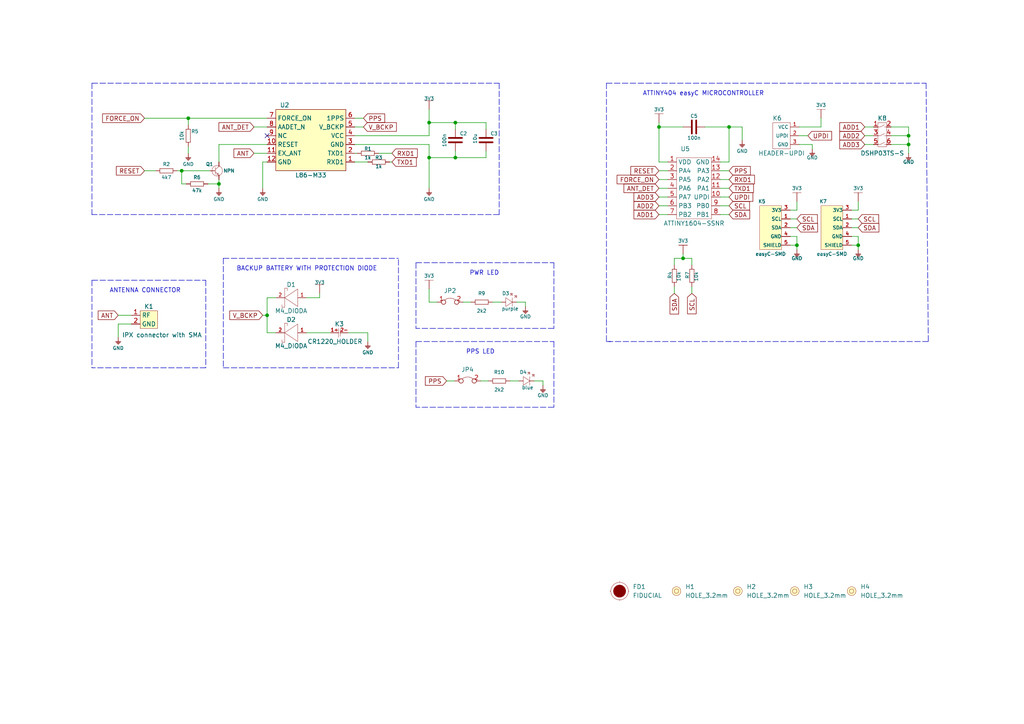
<source format=kicad_sch>
(kicad_sch (version 20211123) (generator eeschema)

  (uuid e63e39d7-6ac0-4ffd-8aa3-1841a4541b55)

  (paper "A4")

  (title_block
    (title "GNSS GPS L86-M33 breakout with easyC")
    (date "2023-05-22")
    (rev "V1.1.0.")
    (company "SOLDERED")
    (comment 1 "333213")
  )

  (lib_symbols
    (symbol "0603R_1" (pin_numbers hide) (pin_names (offset 0.254)) (in_bom yes) (on_board yes)
      (property "Reference" "R" (id 0) (at 0 1.27 0)
        (effects (font (size 1 1)))
      )
      (property "Value" "0603R_1" (id 1) (at 0 -1.905 0)
        (effects (font (size 1 1)))
      )
      (property "Footprint" "e-radionica.com footprinti:0603R" (id 2) (at 0 -3.81 0)
        (effects (font (size 1 1)) hide)
      )
      (property "Datasheet" "" (id 3) (at -0.635 1.905 0)
        (effects (font (size 1 1)) hide)
      )
      (symbol "0603R_1_0_1"
        (rectangle (start -1.905 -0.635) (end 1.905 -0.6604)
          (stroke (width 0.1) (type default) (color 0 0 0 0))
          (fill (type none))
        )
        (rectangle (start -1.905 0.635) (end -1.8796 -0.635)
          (stroke (width 0.1) (type default) (color 0 0 0 0))
          (fill (type none))
        )
        (rectangle (start -1.905 0.635) (end 1.905 0.6096)
          (stroke (width 0.1) (type default) (color 0 0 0 0))
          (fill (type none))
        )
        (rectangle (start 1.905 0.635) (end 1.9304 -0.635)
          (stroke (width 0.1) (type default) (color 0 0 0 0))
          (fill (type none))
        )
      )
      (symbol "0603R_1_1_1"
        (pin passive line (at -3.175 0 0) (length 1.27)
          (name "~" (effects (font (size 1.27 1.27))))
          (number "1" (effects (font (size 1.27 1.27))))
        )
        (pin passive line (at 3.175 0 180) (length 1.27)
          (name "~" (effects (font (size 1.27 1.27))))
          (number "2" (effects (font (size 1.27 1.27))))
        )
      )
    )
    (symbol "0603R_2" (pin_numbers hide) (pin_names (offset 0.254)) (in_bom yes) (on_board yes)
      (property "Reference" "R" (id 0) (at 0 1.27 0)
        (effects (font (size 1 1)))
      )
      (property "Value" "0603R_2" (id 1) (at 0 -1.905 0)
        (effects (font (size 1 1)))
      )
      (property "Footprint" "e-radionica.com footprinti:0603R" (id 2) (at 0 -3.81 0)
        (effects (font (size 1 1)) hide)
      )
      (property "Datasheet" "" (id 3) (at -0.635 1.905 0)
        (effects (font (size 1 1)) hide)
      )
      (symbol "0603R_2_0_1"
        (rectangle (start -1.905 -0.635) (end 1.905 -0.6604)
          (stroke (width 0.1) (type default) (color 0 0 0 0))
          (fill (type none))
        )
        (rectangle (start -1.905 0.635) (end -1.8796 -0.635)
          (stroke (width 0.1) (type default) (color 0 0 0 0))
          (fill (type none))
        )
        (rectangle (start -1.905 0.635) (end 1.905 0.6096)
          (stroke (width 0.1) (type default) (color 0 0 0 0))
          (fill (type none))
        )
        (rectangle (start 1.905 0.635) (end 1.9304 -0.635)
          (stroke (width 0.1) (type default) (color 0 0 0 0))
          (fill (type none))
        )
      )
      (symbol "0603R_2_1_1"
        (pin passive line (at -3.175 0 0) (length 1.27)
          (name "~" (effects (font (size 1.27 1.27))))
          (number "1" (effects (font (size 1.27 1.27))))
        )
        (pin passive line (at 3.175 0 180) (length 1.27)
          (name "~" (effects (font (size 1.27 1.27))))
          (number "2" (effects (font (size 1.27 1.27))))
        )
      )
    )
    (symbol "3V3_1" (power) (pin_names (offset 0)) (in_bom yes) (on_board yes)
      (property "Reference" "#PWR" (id 0) (at 4.445 0 0)
        (effects (font (size 1 1)) hide)
      )
      (property "Value" "3V3_1" (id 1) (at 0 3.556 0)
        (effects (font (size 1 1)))
      )
      (property "Footprint" "" (id 2) (at 4.445 3.81 0)
        (effects (font (size 1 1)) hide)
      )
      (property "Datasheet" "" (id 3) (at 4.445 3.81 0)
        (effects (font (size 1 1)) hide)
      )
      (property "ki_keywords" "power-flag" (id 4) (at 0 0 0)
        (effects (font (size 1.27 1.27)) hide)
      )
      (property "ki_description" "Power symbol creates a global label with name \"3V3\"" (id 5) (at 0 0 0)
        (effects (font (size 1.27 1.27)) hide)
      )
      (symbol "3V3_1_0_1"
        (polyline
          (pts
            (xy -1.27 2.54)
            (xy 1.27 2.54)
          )
          (stroke (width 0.16) (type default) (color 0 0 0 0))
          (fill (type none))
        )
        (polyline
          (pts
            (xy 0 0)
            (xy 0 2.54)
          )
          (stroke (width 0) (type default) (color 0 0 0 0))
          (fill (type none))
        )
      )
      (symbol "3V3_1_1_1"
        (pin power_in line (at 0 0 90) (length 0) hide
          (name "3V3" (effects (font (size 1.27 1.27))))
          (number "1" (effects (font (size 1.27 1.27))))
        )
      )
    )
    (symbol "GND_1" (power) (pin_names (offset 0)) (in_bom yes) (on_board yes)
      (property "Reference" "#PWR" (id 0) (at 4.445 0 0)
        (effects (font (size 1 1)) hide)
      )
      (property "Value" "GND_1" (id 1) (at 0 -2.921 0)
        (effects (font (size 1 1)))
      )
      (property "Footprint" "" (id 2) (at 4.445 3.81 0)
        (effects (font (size 1 1)) hide)
      )
      (property "Datasheet" "" (id 3) (at 4.445 3.81 0)
        (effects (font (size 1 1)) hide)
      )
      (property "ki_keywords" "power-flag" (id 4) (at 0 0 0)
        (effects (font (size 1.27 1.27)) hide)
      )
      (property "ki_description" "Power symbol creates a global label with name \"GND\"" (id 5) (at 0 0 0)
        (effects (font (size 1.27 1.27)) hide)
      )
      (symbol "GND_1_0_1"
        (polyline
          (pts
            (xy -0.762 -1.27)
            (xy 0.762 -1.27)
          )
          (stroke (width 0.16) (type default) (color 0 0 0 0))
          (fill (type none))
        )
        (polyline
          (pts
            (xy -0.635 -1.524)
            (xy 0.635 -1.524)
          )
          (stroke (width 0.16) (type default) (color 0 0 0 0))
          (fill (type none))
        )
        (polyline
          (pts
            (xy -0.381 -1.778)
            (xy 0.381 -1.778)
          )
          (stroke (width 0.16) (type default) (color 0 0 0 0))
          (fill (type none))
        )
        (polyline
          (pts
            (xy -0.127 -2.032)
            (xy 0.127 -2.032)
          )
          (stroke (width 0.16) (type default) (color 0 0 0 0))
          (fill (type none))
        )
        (polyline
          (pts
            (xy 0 0)
            (xy 0 -1.27)
          )
          (stroke (width 0.16) (type default) (color 0 0 0 0))
          (fill (type none))
        )
      )
      (symbol "GND_1_1_1"
        (pin power_in line (at 0 0 270) (length 0) hide
          (name "GND" (effects (font (size 1.27 1.27))))
          (number "1" (effects (font (size 1.27 1.27))))
        )
      )
    )
    (symbol "GND_10" (power) (pin_names (offset 0)) (in_bom yes) (on_board yes)
      (property "Reference" "#PWR" (id 0) (at 4.445 0 0)
        (effects (font (size 1 1)) hide)
      )
      (property "Value" "GND_10" (id 1) (at 0 -2.921 0)
        (effects (font (size 1 1)))
      )
      (property "Footprint" "" (id 2) (at 4.445 3.81 0)
        (effects (font (size 1 1)) hide)
      )
      (property "Datasheet" "" (id 3) (at 4.445 3.81 0)
        (effects (font (size 1 1)) hide)
      )
      (property "ki_keywords" "power-flag" (id 4) (at 0 0 0)
        (effects (font (size 1.27 1.27)) hide)
      )
      (property "ki_description" "Power symbol creates a global label with name \"GND\"" (id 5) (at 0 0 0)
        (effects (font (size 1.27 1.27)) hide)
      )
      (symbol "GND_10_0_1"
        (polyline
          (pts
            (xy -0.762 -1.27)
            (xy 0.762 -1.27)
          )
          (stroke (width 0.16) (type default) (color 0 0 0 0))
          (fill (type none))
        )
        (polyline
          (pts
            (xy -0.635 -1.524)
            (xy 0.635 -1.524)
          )
          (stroke (width 0.16) (type default) (color 0 0 0 0))
          (fill (type none))
        )
        (polyline
          (pts
            (xy -0.381 -1.778)
            (xy 0.381 -1.778)
          )
          (stroke (width 0.16) (type default) (color 0 0 0 0))
          (fill (type none))
        )
        (polyline
          (pts
            (xy -0.127 -2.032)
            (xy 0.127 -2.032)
          )
          (stroke (width 0.16) (type default) (color 0 0 0 0))
          (fill (type none))
        )
        (polyline
          (pts
            (xy 0 0)
            (xy 0 -1.27)
          )
          (stroke (width 0.16) (type default) (color 0 0 0 0))
          (fill (type none))
        )
      )
      (symbol "GND_10_1_1"
        (pin power_in line (at 0 0 270) (length 0) hide
          (name "GND" (effects (font (size 1.27 1.27))))
          (number "1" (effects (font (size 1.27 1.27))))
        )
      )
    )
    (symbol "GND_11" (power) (pin_names (offset 0)) (in_bom yes) (on_board yes)
      (property "Reference" "#PWR" (id 0) (at 4.445 0 0)
        (effects (font (size 1 1)) hide)
      )
      (property "Value" "GND_11" (id 1) (at 0 -2.921 0)
        (effects (font (size 1 1)))
      )
      (property "Footprint" "" (id 2) (at 4.445 3.81 0)
        (effects (font (size 1 1)) hide)
      )
      (property "Datasheet" "" (id 3) (at 4.445 3.81 0)
        (effects (font (size 1 1)) hide)
      )
      (property "ki_keywords" "power-flag" (id 4) (at 0 0 0)
        (effects (font (size 1.27 1.27)) hide)
      )
      (property "ki_description" "Power symbol creates a global label with name \"GND\"" (id 5) (at 0 0 0)
        (effects (font (size 1.27 1.27)) hide)
      )
      (symbol "GND_11_0_1"
        (polyline
          (pts
            (xy -0.762 -1.27)
            (xy 0.762 -1.27)
          )
          (stroke (width 0.16) (type default) (color 0 0 0 0))
          (fill (type none))
        )
        (polyline
          (pts
            (xy -0.635 -1.524)
            (xy 0.635 -1.524)
          )
          (stroke (width 0.16) (type default) (color 0 0 0 0))
          (fill (type none))
        )
        (polyline
          (pts
            (xy -0.381 -1.778)
            (xy 0.381 -1.778)
          )
          (stroke (width 0.16) (type default) (color 0 0 0 0))
          (fill (type none))
        )
        (polyline
          (pts
            (xy -0.127 -2.032)
            (xy 0.127 -2.032)
          )
          (stroke (width 0.16) (type default) (color 0 0 0 0))
          (fill (type none))
        )
        (polyline
          (pts
            (xy 0 0)
            (xy 0 -1.27)
          )
          (stroke (width 0.16) (type default) (color 0 0 0 0))
          (fill (type none))
        )
      )
      (symbol "GND_11_1_1"
        (pin power_in line (at 0 0 270) (length 0) hide
          (name "GND" (effects (font (size 1.27 1.27))))
          (number "1" (effects (font (size 1.27 1.27))))
        )
      )
    )
    (symbol "GND_12" (power) (pin_names (offset 0)) (in_bom yes) (on_board yes)
      (property "Reference" "#PWR" (id 0) (at 4.445 0 0)
        (effects (font (size 1 1)) hide)
      )
      (property "Value" "GND_12" (id 1) (at 0 -2.921 0)
        (effects (font (size 1 1)))
      )
      (property "Footprint" "" (id 2) (at 4.445 3.81 0)
        (effects (font (size 1 1)) hide)
      )
      (property "Datasheet" "" (id 3) (at 4.445 3.81 0)
        (effects (font (size 1 1)) hide)
      )
      (property "ki_keywords" "power-flag" (id 4) (at 0 0 0)
        (effects (font (size 1.27 1.27)) hide)
      )
      (property "ki_description" "Power symbol creates a global label with name \"GND\"" (id 5) (at 0 0 0)
        (effects (font (size 1.27 1.27)) hide)
      )
      (symbol "GND_12_0_1"
        (polyline
          (pts
            (xy -0.762 -1.27)
            (xy 0.762 -1.27)
          )
          (stroke (width 0.16) (type default) (color 0 0 0 0))
          (fill (type none))
        )
        (polyline
          (pts
            (xy -0.635 -1.524)
            (xy 0.635 -1.524)
          )
          (stroke (width 0.16) (type default) (color 0 0 0 0))
          (fill (type none))
        )
        (polyline
          (pts
            (xy -0.381 -1.778)
            (xy 0.381 -1.778)
          )
          (stroke (width 0.16) (type default) (color 0 0 0 0))
          (fill (type none))
        )
        (polyline
          (pts
            (xy -0.127 -2.032)
            (xy 0.127 -2.032)
          )
          (stroke (width 0.16) (type default) (color 0 0 0 0))
          (fill (type none))
        )
        (polyline
          (pts
            (xy 0 0)
            (xy 0 -1.27)
          )
          (stroke (width 0.16) (type default) (color 0 0 0 0))
          (fill (type none))
        )
      )
      (symbol "GND_12_1_1"
        (pin power_in line (at 0 0 270) (length 0) hide
          (name "GND" (effects (font (size 1.27 1.27))))
          (number "1" (effects (font (size 1.27 1.27))))
        )
      )
    )
    (symbol "GND_14" (power) (pin_names (offset 0)) (in_bom yes) (on_board yes)
      (property "Reference" "#PWR" (id 0) (at 4.445 0 0)
        (effects (font (size 1 1)) hide)
      )
      (property "Value" "GND_14" (id 1) (at 0 -2.921 0)
        (effects (font (size 1 1)))
      )
      (property "Footprint" "" (id 2) (at 4.445 3.81 0)
        (effects (font (size 1 1)) hide)
      )
      (property "Datasheet" "" (id 3) (at 4.445 3.81 0)
        (effects (font (size 1 1)) hide)
      )
      (property "ki_keywords" "power-flag" (id 4) (at 0 0 0)
        (effects (font (size 1.27 1.27)) hide)
      )
      (property "ki_description" "Power symbol creates a global label with name \"GND\"" (id 5) (at 0 0 0)
        (effects (font (size 1.27 1.27)) hide)
      )
      (symbol "GND_14_0_1"
        (polyline
          (pts
            (xy -0.762 -1.27)
            (xy 0.762 -1.27)
          )
          (stroke (width 0.16) (type default) (color 0 0 0 0))
          (fill (type none))
        )
        (polyline
          (pts
            (xy -0.635 -1.524)
            (xy 0.635 -1.524)
          )
          (stroke (width 0.16) (type default) (color 0 0 0 0))
          (fill (type none))
        )
        (polyline
          (pts
            (xy -0.381 -1.778)
            (xy 0.381 -1.778)
          )
          (stroke (width 0.16) (type default) (color 0 0 0 0))
          (fill (type none))
        )
        (polyline
          (pts
            (xy -0.127 -2.032)
            (xy 0.127 -2.032)
          )
          (stroke (width 0.16) (type default) (color 0 0 0 0))
          (fill (type none))
        )
        (polyline
          (pts
            (xy 0 0)
            (xy 0 -1.27)
          )
          (stroke (width 0.16) (type default) (color 0 0 0 0))
          (fill (type none))
        )
      )
      (symbol "GND_14_1_1"
        (pin power_in line (at 0 0 270) (length 0) hide
          (name "GND" (effects (font (size 1.27 1.27))))
          (number "1" (effects (font (size 1.27 1.27))))
        )
      )
    )
    (symbol "GND_15" (power) (pin_names (offset 0)) (in_bom yes) (on_board yes)
      (property "Reference" "#PWR" (id 0) (at 4.445 0 0)
        (effects (font (size 1 1)) hide)
      )
      (property "Value" "GND_15" (id 1) (at 0 -2.921 0)
        (effects (font (size 1 1)))
      )
      (property "Footprint" "" (id 2) (at 4.445 3.81 0)
        (effects (font (size 1 1)) hide)
      )
      (property "Datasheet" "" (id 3) (at 4.445 3.81 0)
        (effects (font (size 1 1)) hide)
      )
      (property "ki_keywords" "power-flag" (id 4) (at 0 0 0)
        (effects (font (size 1.27 1.27)) hide)
      )
      (property "ki_description" "Power symbol creates a global label with name \"GND\"" (id 5) (at 0 0 0)
        (effects (font (size 1.27 1.27)) hide)
      )
      (symbol "GND_15_0_1"
        (polyline
          (pts
            (xy -0.762 -1.27)
            (xy 0.762 -1.27)
          )
          (stroke (width 0.16) (type default) (color 0 0 0 0))
          (fill (type none))
        )
        (polyline
          (pts
            (xy -0.635 -1.524)
            (xy 0.635 -1.524)
          )
          (stroke (width 0.16) (type default) (color 0 0 0 0))
          (fill (type none))
        )
        (polyline
          (pts
            (xy -0.381 -1.778)
            (xy 0.381 -1.778)
          )
          (stroke (width 0.16) (type default) (color 0 0 0 0))
          (fill (type none))
        )
        (polyline
          (pts
            (xy -0.127 -2.032)
            (xy 0.127 -2.032)
          )
          (stroke (width 0.16) (type default) (color 0 0 0 0))
          (fill (type none))
        )
        (polyline
          (pts
            (xy 0 0)
            (xy 0 -1.27)
          )
          (stroke (width 0.16) (type default) (color 0 0 0 0))
          (fill (type none))
        )
      )
      (symbol "GND_15_1_1"
        (pin power_in line (at 0 0 270) (length 0) hide
          (name "GND" (effects (font (size 1.27 1.27))))
          (number "1" (effects (font (size 1.27 1.27))))
        )
      )
    )
    (symbol "GND_2" (power) (pin_names (offset 0)) (in_bom yes) (on_board yes)
      (property "Reference" "#PWR" (id 0) (at 4.445 0 0)
        (effects (font (size 1 1)) hide)
      )
      (property "Value" "GND_2" (id 1) (at 0 -2.921 0)
        (effects (font (size 1 1)))
      )
      (property "Footprint" "" (id 2) (at 4.445 3.81 0)
        (effects (font (size 1 1)) hide)
      )
      (property "Datasheet" "" (id 3) (at 4.445 3.81 0)
        (effects (font (size 1 1)) hide)
      )
      (property "ki_keywords" "power-flag" (id 4) (at 0 0 0)
        (effects (font (size 1.27 1.27)) hide)
      )
      (property "ki_description" "Power symbol creates a global label with name \"GND\"" (id 5) (at 0 0 0)
        (effects (font (size 1.27 1.27)) hide)
      )
      (symbol "GND_2_0_1"
        (polyline
          (pts
            (xy -0.762 -1.27)
            (xy 0.762 -1.27)
          )
          (stroke (width 0.16) (type default) (color 0 0 0 0))
          (fill (type none))
        )
        (polyline
          (pts
            (xy -0.635 -1.524)
            (xy 0.635 -1.524)
          )
          (stroke (width 0.16) (type default) (color 0 0 0 0))
          (fill (type none))
        )
        (polyline
          (pts
            (xy -0.381 -1.778)
            (xy 0.381 -1.778)
          )
          (stroke (width 0.16) (type default) (color 0 0 0 0))
          (fill (type none))
        )
        (polyline
          (pts
            (xy -0.127 -2.032)
            (xy 0.127 -2.032)
          )
          (stroke (width 0.16) (type default) (color 0 0 0 0))
          (fill (type none))
        )
        (polyline
          (pts
            (xy 0 0)
            (xy 0 -1.27)
          )
          (stroke (width 0.16) (type default) (color 0 0 0 0))
          (fill (type none))
        )
      )
      (symbol "GND_2_1_1"
        (pin power_in line (at 0 0 270) (length 0) hide
          (name "GND" (effects (font (size 1.27 1.27))))
          (number "1" (effects (font (size 1.27 1.27))))
        )
      )
    )
    (symbol "GND_3" (power) (pin_names (offset 0)) (in_bom yes) (on_board yes)
      (property "Reference" "#PWR" (id 0) (at 4.445 0 0)
        (effects (font (size 1 1)) hide)
      )
      (property "Value" "GND_3" (id 1) (at 0 -2.921 0)
        (effects (font (size 1 1)))
      )
      (property "Footprint" "" (id 2) (at 4.445 3.81 0)
        (effects (font (size 1 1)) hide)
      )
      (property "Datasheet" "" (id 3) (at 4.445 3.81 0)
        (effects (font (size 1 1)) hide)
      )
      (property "ki_keywords" "power-flag" (id 4) (at 0 0 0)
        (effects (font (size 1.27 1.27)) hide)
      )
      (property "ki_description" "Power symbol creates a global label with name \"GND\"" (id 5) (at 0 0 0)
        (effects (font (size 1.27 1.27)) hide)
      )
      (symbol "GND_3_0_1"
        (polyline
          (pts
            (xy -0.762 -1.27)
            (xy 0.762 -1.27)
          )
          (stroke (width 0.16) (type default) (color 0 0 0 0))
          (fill (type none))
        )
        (polyline
          (pts
            (xy -0.635 -1.524)
            (xy 0.635 -1.524)
          )
          (stroke (width 0.16) (type default) (color 0 0 0 0))
          (fill (type none))
        )
        (polyline
          (pts
            (xy -0.381 -1.778)
            (xy 0.381 -1.778)
          )
          (stroke (width 0.16) (type default) (color 0 0 0 0))
          (fill (type none))
        )
        (polyline
          (pts
            (xy -0.127 -2.032)
            (xy 0.127 -2.032)
          )
          (stroke (width 0.16) (type default) (color 0 0 0 0))
          (fill (type none))
        )
        (polyline
          (pts
            (xy 0 0)
            (xy 0 -1.27)
          )
          (stroke (width 0.16) (type default) (color 0 0 0 0))
          (fill (type none))
        )
      )
      (symbol "GND_3_1_1"
        (pin power_in line (at 0 0 270) (length 0) hide
          (name "GND" (effects (font (size 1.27 1.27))))
          (number "1" (effects (font (size 1.27 1.27))))
        )
      )
    )
    (symbol "GND_6" (power) (pin_names (offset 0)) (in_bom yes) (on_board yes)
      (property "Reference" "#PWR" (id 0) (at 4.445 0 0)
        (effects (font (size 1 1)) hide)
      )
      (property "Value" "GND_6" (id 1) (at 0 -2.921 0)
        (effects (font (size 1 1)))
      )
      (property "Footprint" "" (id 2) (at 4.445 3.81 0)
        (effects (font (size 1 1)) hide)
      )
      (property "Datasheet" "" (id 3) (at 4.445 3.81 0)
        (effects (font (size 1 1)) hide)
      )
      (property "ki_keywords" "power-flag" (id 4) (at 0 0 0)
        (effects (font (size 1.27 1.27)) hide)
      )
      (property "ki_description" "Power symbol creates a global label with name \"GND\"" (id 5) (at 0 0 0)
        (effects (font (size 1.27 1.27)) hide)
      )
      (symbol "GND_6_0_1"
        (polyline
          (pts
            (xy -0.762 -1.27)
            (xy 0.762 -1.27)
          )
          (stroke (width 0.16) (type default) (color 0 0 0 0))
          (fill (type none))
        )
        (polyline
          (pts
            (xy -0.635 -1.524)
            (xy 0.635 -1.524)
          )
          (stroke (width 0.16) (type default) (color 0 0 0 0))
          (fill (type none))
        )
        (polyline
          (pts
            (xy -0.381 -1.778)
            (xy 0.381 -1.778)
          )
          (stroke (width 0.16) (type default) (color 0 0 0 0))
          (fill (type none))
        )
        (polyline
          (pts
            (xy -0.127 -2.032)
            (xy 0.127 -2.032)
          )
          (stroke (width 0.16) (type default) (color 0 0 0 0))
          (fill (type none))
        )
        (polyline
          (pts
            (xy 0 0)
            (xy 0 -1.27)
          )
          (stroke (width 0.16) (type default) (color 0 0 0 0))
          (fill (type none))
        )
      )
      (symbol "GND_6_1_1"
        (pin power_in line (at 0 0 270) (length 0) hide
          (name "GND" (effects (font (size 1.27 1.27))))
          (number "1" (effects (font (size 1.27 1.27))))
        )
      )
    )
    (symbol "GND_7" (power) (pin_names (offset 0)) (in_bom yes) (on_board yes)
      (property "Reference" "#PWR" (id 0) (at 4.445 0 0)
        (effects (font (size 1 1)) hide)
      )
      (property "Value" "GND_7" (id 1) (at 0 -2.921 0)
        (effects (font (size 1 1)))
      )
      (property "Footprint" "" (id 2) (at 4.445 3.81 0)
        (effects (font (size 1 1)) hide)
      )
      (property "Datasheet" "" (id 3) (at 4.445 3.81 0)
        (effects (font (size 1 1)) hide)
      )
      (property "ki_keywords" "power-flag" (id 4) (at 0 0 0)
        (effects (font (size 1.27 1.27)) hide)
      )
      (property "ki_description" "Power symbol creates a global label with name \"GND\"" (id 5) (at 0 0 0)
        (effects (font (size 1.27 1.27)) hide)
      )
      (symbol "GND_7_0_1"
        (polyline
          (pts
            (xy -0.762 -1.27)
            (xy 0.762 -1.27)
          )
          (stroke (width 0.16) (type default) (color 0 0 0 0))
          (fill (type none))
        )
        (polyline
          (pts
            (xy -0.635 -1.524)
            (xy 0.635 -1.524)
          )
          (stroke (width 0.16) (type default) (color 0 0 0 0))
          (fill (type none))
        )
        (polyline
          (pts
            (xy -0.381 -1.778)
            (xy 0.381 -1.778)
          )
          (stroke (width 0.16) (type default) (color 0 0 0 0))
          (fill (type none))
        )
        (polyline
          (pts
            (xy -0.127 -2.032)
            (xy 0.127 -2.032)
          )
          (stroke (width 0.16) (type default) (color 0 0 0 0))
          (fill (type none))
        )
        (polyline
          (pts
            (xy 0 0)
            (xy 0 -1.27)
          )
          (stroke (width 0.16) (type default) (color 0 0 0 0))
          (fill (type none))
        )
      )
      (symbol "GND_7_1_1"
        (pin power_in line (at 0 0 270) (length 0) hide
          (name "GND" (effects (font (size 1.27 1.27))))
          (number "1" (effects (font (size 1.27 1.27))))
        )
      )
    )
    (symbol "GND_8" (power) (pin_names (offset 0)) (in_bom yes) (on_board yes)
      (property "Reference" "#PWR" (id 0) (at 4.445 0 0)
        (effects (font (size 1 1)) hide)
      )
      (property "Value" "GND_8" (id 1) (at 0 -2.921 0)
        (effects (font (size 1 1)))
      )
      (property "Footprint" "" (id 2) (at 4.445 3.81 0)
        (effects (font (size 1 1)) hide)
      )
      (property "Datasheet" "" (id 3) (at 4.445 3.81 0)
        (effects (font (size 1 1)) hide)
      )
      (property "ki_keywords" "power-flag" (id 4) (at 0 0 0)
        (effects (font (size 1.27 1.27)) hide)
      )
      (property "ki_description" "Power symbol creates a global label with name \"GND\"" (id 5) (at 0 0 0)
        (effects (font (size 1.27 1.27)) hide)
      )
      (symbol "GND_8_0_1"
        (polyline
          (pts
            (xy -0.762 -1.27)
            (xy 0.762 -1.27)
          )
          (stroke (width 0.16) (type default) (color 0 0 0 0))
          (fill (type none))
        )
        (polyline
          (pts
            (xy -0.635 -1.524)
            (xy 0.635 -1.524)
          )
          (stroke (width 0.16) (type default) (color 0 0 0 0))
          (fill (type none))
        )
        (polyline
          (pts
            (xy -0.381 -1.778)
            (xy 0.381 -1.778)
          )
          (stroke (width 0.16) (type default) (color 0 0 0 0))
          (fill (type none))
        )
        (polyline
          (pts
            (xy -0.127 -2.032)
            (xy 0.127 -2.032)
          )
          (stroke (width 0.16) (type default) (color 0 0 0 0))
          (fill (type none))
        )
        (polyline
          (pts
            (xy 0 0)
            (xy 0 -1.27)
          )
          (stroke (width 0.16) (type default) (color 0 0 0 0))
          (fill (type none))
        )
      )
      (symbol "GND_8_1_1"
        (pin power_in line (at 0 0 270) (length 0) hide
          (name "GND" (effects (font (size 1.27 1.27))))
          (number "1" (effects (font (size 1.27 1.27))))
        )
      )
    )
    (symbol "GND_9" (power) (pin_names (offset 0)) (in_bom yes) (on_board yes)
      (property "Reference" "#PWR" (id 0) (at 4.445 0 0)
        (effects (font (size 1 1)) hide)
      )
      (property "Value" "GND_9" (id 1) (at 0 -2.921 0)
        (effects (font (size 1 1)))
      )
      (property "Footprint" "" (id 2) (at 4.445 3.81 0)
        (effects (font (size 1 1)) hide)
      )
      (property "Datasheet" "" (id 3) (at 4.445 3.81 0)
        (effects (font (size 1 1)) hide)
      )
      (property "ki_keywords" "power-flag" (id 4) (at 0 0 0)
        (effects (font (size 1.27 1.27)) hide)
      )
      (property "ki_description" "Power symbol creates a global label with name \"GND\"" (id 5) (at 0 0 0)
        (effects (font (size 1.27 1.27)) hide)
      )
      (symbol "GND_9_0_1"
        (polyline
          (pts
            (xy -0.762 -1.27)
            (xy 0.762 -1.27)
          )
          (stroke (width 0.16) (type default) (color 0 0 0 0))
          (fill (type none))
        )
        (polyline
          (pts
            (xy -0.635 -1.524)
            (xy 0.635 -1.524)
          )
          (stroke (width 0.16) (type default) (color 0 0 0 0))
          (fill (type none))
        )
        (polyline
          (pts
            (xy -0.381 -1.778)
            (xy 0.381 -1.778)
          )
          (stroke (width 0.16) (type default) (color 0 0 0 0))
          (fill (type none))
        )
        (polyline
          (pts
            (xy -0.127 -2.032)
            (xy 0.127 -2.032)
          )
          (stroke (width 0.16) (type default) (color 0 0 0 0))
          (fill (type none))
        )
        (polyline
          (pts
            (xy 0 0)
            (xy 0 -1.27)
          )
          (stroke (width 0.16) (type default) (color 0 0 0 0))
          (fill (type none))
        )
      )
      (symbol "GND_9_1_1"
        (pin power_in line (at 0 0 270) (length 0) hide
          (name "GND" (effects (font (size 1.27 1.27))))
          (number "1" (effects (font (size 1.27 1.27))))
        )
      )
    )
    (symbol "e-radionica.com schematics:0402LED" (pin_numbers hide) (pin_names (offset 0.254) hide) (in_bom yes) (on_board yes)
      (property "Reference" "D" (id 0) (at -0.635 2.54 0)
        (effects (font (size 1 1)))
      )
      (property "Value" "0402LED" (id 1) (at 0 -2.54 0)
        (effects (font (size 1 1)))
      )
      (property "Footprint" "e-radionica.com footprinti:0402LED" (id 2) (at 0 5.08 0)
        (effects (font (size 1 1)) hide)
      )
      (property "Datasheet" "" (id 3) (at 0 0 0)
        (effects (font (size 1 1)) hide)
      )
      (symbol "0402LED_0_1"
        (polyline
          (pts
            (xy -0.635 1.27)
            (xy 1.27 0)
          )
          (stroke (width 0.0006) (type default) (color 0 0 0 0))
          (fill (type none))
        )
        (polyline
          (pts
            (xy 0.635 1.905)
            (xy 1.27 2.54)
          )
          (stroke (width 0.0006) (type default) (color 0 0 0 0))
          (fill (type none))
        )
        (polyline
          (pts
            (xy 1.27 1.27)
            (xy 1.27 -1.27)
          )
          (stroke (width 0.0006) (type default) (color 0 0 0 0))
          (fill (type none))
        )
        (polyline
          (pts
            (xy 1.905 1.27)
            (xy 2.54 1.905)
          )
          (stroke (width 0.0006) (type default) (color 0 0 0 0))
          (fill (type none))
        )
        (polyline
          (pts
            (xy -0.635 1.27)
            (xy -0.635 -1.27)
            (xy 1.27 0)
          )
          (stroke (width 0.0006) (type default) (color 0 0 0 0))
          (fill (type none))
        )
        (polyline
          (pts
            (xy 1.27 2.54)
            (xy 0.635 2.54)
            (xy 1.27 1.905)
            (xy 1.27 2.54)
          )
          (stroke (width 0.0006) (type default) (color 0 0 0 0))
          (fill (type none))
        )
        (polyline
          (pts
            (xy 2.54 1.905)
            (xy 1.905 1.905)
            (xy 2.54 1.27)
            (xy 2.54 1.905)
          )
          (stroke (width 0.0006) (type default) (color 0 0 0 0))
          (fill (type none))
        )
      )
      (symbol "0402LED_1_1"
        (pin passive line (at -1.905 0 0) (length 1.27)
          (name "A" (effects (font (size 1.27 1.27))))
          (number "1" (effects (font (size 1.27 1.27))))
        )
        (pin passive line (at 2.54 0 180) (length 1.27)
          (name "K" (effects (font (size 1.27 1.27))))
          (number "2" (effects (font (size 1.27 1.27))))
        )
      )
    )
    (symbol "e-radionica.com schematics:0402R" (pin_numbers hide) (pin_names (offset 0.254)) (in_bom yes) (on_board yes)
      (property "Reference" "R" (id 0) (at -1.905 1.27 0)
        (effects (font (size 1 1)))
      )
      (property "Value" "0402R" (id 1) (at 0 -1.27 0)
        (effects (font (size 1 1)))
      )
      (property "Footprint" "e-radionica.com footprinti:0402R" (id 2) (at -2.54 1.905 0)
        (effects (font (size 1 1)) hide)
      )
      (property "Datasheet" "" (id 3) (at -2.54 1.905 0)
        (effects (font (size 1 1)) hide)
      )
      (symbol "0402R_0_1"
        (rectangle (start -1.905 -0.635) (end 1.905 -0.6604)
          (stroke (width 0.1) (type default) (color 0 0 0 0))
          (fill (type none))
        )
        (rectangle (start -1.905 0.635) (end -1.8796 -0.635)
          (stroke (width 0.1) (type default) (color 0 0 0 0))
          (fill (type none))
        )
        (rectangle (start -1.905 0.635) (end 1.905 0.6096)
          (stroke (width 0.1) (type default) (color 0 0 0 0))
          (fill (type none))
        )
        (rectangle (start 1.905 0.635) (end 1.9304 -0.635)
          (stroke (width 0.1) (type default) (color 0 0 0 0))
          (fill (type none))
        )
      )
      (symbol "0402R_1_1"
        (pin passive line (at -3.175 0 0) (length 1.27)
          (name "~" (effects (font (size 1.27 1.27))))
          (number "1" (effects (font (size 1.27 1.27))))
        )
        (pin passive line (at 3.175 0 180) (length 1.27)
          (name "~" (effects (font (size 1.27 1.27))))
          (number "2" (effects (font (size 1.27 1.27))))
        )
      )
    )
    (symbol "e-radionica.com schematics:0603C" (pin_numbers hide) (pin_names (offset 0.002)) (in_bom yes) (on_board yes)
      (property "Reference" "C" (id 0) (at -0.635 3.175 0)
        (effects (font (size 1 1)))
      )
      (property "Value" "0603C" (id 1) (at 0 -3.175 0)
        (effects (font (size 1 1)))
      )
      (property "Footprint" "e-radionica.com footprinti:0603C" (id 2) (at 0 0 0)
        (effects (font (size 1 1)) hide)
      )
      (property "Datasheet" "" (id 3) (at 0 0 0)
        (effects (font (size 1 1)) hide)
      )
      (symbol "0603C_0_1"
        (polyline
          (pts
            (xy -0.635 1.905)
            (xy -0.635 -1.905)
          )
          (stroke (width 0.5) (type default) (color 0 0 0 0))
          (fill (type none))
        )
        (polyline
          (pts
            (xy 0.635 1.905)
            (xy 0.635 -1.905)
          )
          (stroke (width 0.5) (type default) (color 0 0 0 0))
          (fill (type none))
        )
      )
      (symbol "0603C_1_1"
        (pin passive line (at -3.175 0 0) (length 2.54)
          (name "~" (effects (font (size 1.27 1.27))))
          (number "1" (effects (font (size 1.27 1.27))))
        )
        (pin passive line (at 3.175 0 180) (length 2.54)
          (name "~" (effects (font (size 1.27 1.27))))
          (number "2" (effects (font (size 1.27 1.27))))
        )
      )
    )
    (symbol "e-radionica.com schematics:0603R" (pin_numbers hide) (pin_names (offset 0.254)) (in_bom yes) (on_board yes)
      (property "Reference" "R" (id 0) (at -1.905 1.905 0)
        (effects (font (size 1 1)))
      )
      (property "Value" "0603R" (id 1) (at 0 -1.905 0)
        (effects (font (size 1 1)))
      )
      (property "Footprint" "e-radionica.com footprinti:0603R" (id 2) (at -0.635 1.905 0)
        (effects (font (size 1 1)) hide)
      )
      (property "Datasheet" "" (id 3) (at -0.635 1.905 0)
        (effects (font (size 1 1)) hide)
      )
      (symbol "0603R_0_1"
        (rectangle (start -1.905 -0.635) (end 1.905 -0.6604)
          (stroke (width 0.1) (type default) (color 0 0 0 0))
          (fill (type none))
        )
        (rectangle (start -1.905 0.635) (end -1.8796 -0.635)
          (stroke (width 0.1) (type default) (color 0 0 0 0))
          (fill (type none))
        )
        (rectangle (start -1.905 0.635) (end 1.905 0.6096)
          (stroke (width 0.1) (type default) (color 0 0 0 0))
          (fill (type none))
        )
        (rectangle (start 1.905 0.635) (end 1.9304 -0.635)
          (stroke (width 0.1) (type default) (color 0 0 0 0))
          (fill (type none))
        )
      )
      (symbol "0603R_1_1"
        (pin passive line (at -3.175 0 0) (length 1.27)
          (name "~" (effects (font (size 1.27 1.27))))
          (number "1" (effects (font (size 1.27 1.27))))
        )
        (pin passive line (at 3.175 0 180) (length 1.27)
          (name "~" (effects (font (size 1.27 1.27))))
          (number "2" (effects (font (size 1.27 1.27))))
        )
      )
    )
    (symbol "e-radionica.com schematics:1206C" (pin_numbers hide) (in_bom yes) (on_board yes)
      (property "Reference" "C" (id 0) (at -0.635 3.175 0)
        (effects (font (size 1 1)))
      )
      (property "Value" "1206C" (id 1) (at 0 -3.175 0)
        (effects (font (size 1 1)))
      )
      (property "Footprint" "e-radionica.com footprinti:1206C" (id 2) (at 0 0 0)
        (effects (font (size 1 1)) hide)
      )
      (property "Datasheet" "" (id 3) (at 0 0 0)
        (effects (font (size 1 1)) hide)
      )
      (symbol "1206C_0_1"
        (polyline
          (pts
            (xy -0.635 1.905)
            (xy -0.635 -1.905)
          )
          (stroke (width 0.5) (type default) (color 0 0 0 0))
          (fill (type none))
        )
        (polyline
          (pts
            (xy 0.635 1.905)
            (xy 0.635 -1.905)
          )
          (stroke (width 0.5) (type default) (color 0 0 0 0))
          (fill (type none))
        )
      )
      (symbol "1206C_1_1"
        (pin passive line (at -3.175 0 0) (length 2.54)
          (name "~" (effects (font (size 1.27 1.27))))
          (number "1" (effects (font (size 1.27 1.27))))
        )
        (pin passive line (at 3.175 0 180) (length 2.54)
          (name "~" (effects (font (size 1.27 1.27))))
          (number "2" (effects (font (size 1.27 1.27))))
        )
      )
    )
    (symbol "e-radionica.com schematics:3V3" (power) (pin_names (offset 0)) (in_bom yes) (on_board yes)
      (property "Reference" "#PWR" (id 0) (at 4.445 0 0)
        (effects (font (size 1 1)) hide)
      )
      (property "Value" "3V3" (id 1) (at 0 3.556 0)
        (effects (font (size 1 1)))
      )
      (property "Footprint" "" (id 2) (at 4.445 3.81 0)
        (effects (font (size 1 1)) hide)
      )
      (property "Datasheet" "" (id 3) (at 4.445 3.81 0)
        (effects (font (size 1 1)) hide)
      )
      (property "ki_keywords" "power-flag" (id 4) (at 0 0 0)
        (effects (font (size 1.27 1.27)) hide)
      )
      (property "ki_description" "Power symbol creates a global label with name \"3V3\"" (id 5) (at 0 0 0)
        (effects (font (size 1.27 1.27)) hide)
      )
      (symbol "3V3_0_1"
        (polyline
          (pts
            (xy -1.27 2.54)
            (xy 1.27 2.54)
          )
          (stroke (width 0.0006) (type default) (color 0 0 0 0))
          (fill (type none))
        )
        (polyline
          (pts
            (xy 0 0)
            (xy 0 2.54)
          )
          (stroke (width 0) (type default) (color 0 0 0 0))
          (fill (type none))
        )
      )
      (symbol "3V3_1_1"
        (pin power_in line (at 0 0 90) (length 0) hide
          (name "3V3" (effects (font (size 1.27 1.27))))
          (number "1" (effects (font (size 1.27 1.27))))
        )
      )
    )
    (symbol "e-radionica.com schematics:ATTINY404-SSNR" (in_bom yes) (on_board yes)
      (property "Reference" "U" (id 0) (at -5.08 10.16 0)
        (effects (font (size 1.27 1.27)))
      )
      (property "Value" "ATTINY404-SSNR" (id 1) (at 0 -10.16 0)
        (effects (font (size 1.27 1.27)))
      )
      (property "Footprint" "e-radionica.com footprinti:SOIC-14" (id 2) (at 0 -11.43 0)
        (effects (font (size 1.27 1.27)) hide)
      )
      (property "Datasheet" "" (id 3) (at 0 -2.54 0)
        (effects (font (size 1.27 1.27)) hide)
      )
      (symbol "ATTINY404-SSNR_0_1"
        (rectangle (start -5.08 8.89) (end 5.08 -8.89)
          (stroke (width 0.0006) (type default) (color 0 0 0 0))
          (fill (type none))
        )
      )
      (symbol "ATTINY404-SSNR_1_1"
        (pin power_in line (at -7.62 7.62 0) (length 2.54)
          (name "VDD" (effects (font (size 1.27 1.27))))
          (number "1" (effects (font (size 1.27 1.27))))
        )
        (pin bidirectional line (at 7.62 -2.54 180) (length 2.54)
          (name "UPDI" (effects (font (size 1.27 1.27))))
          (number "10" (effects (font (size 1.27 1.27))))
        )
        (pin bidirectional line (at 7.62 0 180) (length 2.54)
          (name "PA1" (effects (font (size 1.27 1.27))))
          (number "11" (effects (font (size 1.27 1.27))))
        )
        (pin bidirectional line (at 7.62 2.54 180) (length 2.54)
          (name "PA2" (effects (font (size 1.27 1.27))))
          (number "12" (effects (font (size 1.27 1.27))))
        )
        (pin bidirectional line (at 7.62 5.08 180) (length 2.54)
          (name "PA3" (effects (font (size 1.27 1.27))))
          (number "13" (effects (font (size 1.27 1.27))))
        )
        (pin power_in line (at 7.62 7.62 180) (length 2.54)
          (name "GND" (effects (font (size 1.27 1.27))))
          (number "14" (effects (font (size 1.27 1.27))))
        )
        (pin bidirectional line (at -7.62 5.08 0) (length 2.54)
          (name "PA4" (effects (font (size 1.27 1.27))))
          (number "2" (effects (font (size 1.27 1.27))))
        )
        (pin bidirectional line (at -7.62 2.54 0) (length 2.54)
          (name "PA5" (effects (font (size 1.27 1.27))))
          (number "3" (effects (font (size 1.27 1.27))))
        )
        (pin bidirectional line (at -7.62 0 0) (length 2.54)
          (name "PA6" (effects (font (size 1.27 1.27))))
          (number "4" (effects (font (size 1.27 1.27))))
        )
        (pin bidirectional line (at -7.62 -2.54 0) (length 2.54)
          (name "PA7" (effects (font (size 1.27 1.27))))
          (number "5" (effects (font (size 1.27 1.27))))
        )
        (pin bidirectional line (at -7.62 -5.08 0) (length 2.54)
          (name "PB3" (effects (font (size 1.27 1.27))))
          (number "6" (effects (font (size 1.27 1.27))))
        )
        (pin bidirectional line (at -7.62 -7.62 0) (length 2.54)
          (name "PB2" (effects (font (size 1.27 1.27))))
          (number "7" (effects (font (size 1.27 1.27))))
        )
        (pin bidirectional line (at 7.62 -7.62 180) (length 2.54)
          (name "PB1" (effects (font (size 1.27 1.27))))
          (number "8" (effects (font (size 1.27 1.27))))
        )
        (pin bidirectional line (at 7.62 -5.08 180) (length 2.54)
          (name "PB0" (effects (font (size 1.27 1.27))))
          (number "9" (effects (font (size 1.27 1.27))))
        )
      )
    )
    (symbol "e-radionica.com schematics:CR1220_HOLDER" (in_bom yes) (on_board yes)
      (property "Reference" "K" (id 0) (at 0 2.54 0)
        (effects (font (size 1.27 1.27)))
      )
      (property "Value" "CR1220_HOLDER" (id 1) (at 0 -2.286 0)
        (effects (font (size 1.27 1.27)))
      )
      (property "Footprint" "e-radionica.com footprinti:CR1220_HOLDER" (id 2) (at -1.27 5.08 0)
        (effects (font (size 1.27 1.27)) hide)
      )
      (property "Datasheet" "" (id 3) (at -0.254 0 0)
        (effects (font (size 1.27 1.27)) hide)
      )
      (symbol "CR1220_HOLDER_0_1"
        (polyline
          (pts
            (xy -0.254 -1.3462)
            (xy -0.254 1.27)
            (xy -0.254 -0.762)
          )
          (stroke (width 0.0006) (type default) (color 0 0 0 0))
          (fill (type none))
        )
        (polyline
          (pts
            (xy 0.254 1.016)
            (xy 0.254 -1.016)
            (xy 0.254 -0.762)
          )
          (stroke (width 0.0006) (type default) (color 0 0 0 0))
          (fill (type none))
        )
      )
      (symbol "CR1220_HOLDER_1_1"
        (pin input line (at -2.54 0 0) (length 2.3)
          (name "" (effects (font (size 1 1))))
          (number "1+" (effects (font (size 1 1))))
        )
        (pin output line (at 2.54 0 180) (length 2.3)
          (name "" (effects (font (size 1 1))))
          (number "2-" (effects (font (size 1 1))))
        )
      )
    )
    (symbol "e-radionica.com schematics:DSHP03TS-S" (in_bom yes) (on_board yes)
      (property "Reference" "K" (id 0) (at 0 5.08 0)
        (effects (font (size 1.27 1.27)))
      )
      (property "Value" "DSHP03TS-S" (id 1) (at 0 -5.08 0)
        (effects (font (size 1.27 1.27)))
      )
      (property "Footprint" "e-radionica.com footprinti:DSHP03TS-S" (id 2) (at -1.27 -7.62 0)
        (effects (font (size 1.27 1.27)) hide)
      )
      (property "Datasheet" "" (id 3) (at 0 0 0)
        (effects (font (size 1.27 1.27)) hide)
      )
      (property "ki_keywords" "DIP SW SWITCH " (id 4) (at 0 0 0)
        (effects (font (size 1.27 1.27)) hide)
      )
      (symbol "DSHP03TS-S_0_1"
        (rectangle (start -1.27 3.81) (end 1.27 -3.175)
          (stroke (width 0.0006) (type default) (color 0 0 0 0))
          (fill (type none))
        )
        (polyline
          (pts
            (xy 1.27 -2.54)
            (xy 0.635 -2.54)
          )
          (stroke (width 0.0006) (type default) (color 0 0 0 0))
          (fill (type none))
        )
        (polyline
          (pts
            (xy 1.27 0)
            (xy 0.635 0)
          )
          (stroke (width 0.0006) (type default) (color 0 0 0 0))
          (fill (type none))
        )
        (polyline
          (pts
            (xy 1.27 2.54)
            (xy 0.635 2.54)
          )
          (stroke (width 0.0006) (type default) (color 0 0 0 0))
          (fill (type none))
        )
        (polyline
          (pts
            (xy -1.27 -2.54)
            (xy -0.635 -2.54)
            (xy 0.635 -1.905)
          )
          (stroke (width 0.0006) (type default) (color 0 0 0 0))
          (fill (type none))
        )
        (polyline
          (pts
            (xy -1.27 0)
            (xy -0.635 0)
            (xy 0.635 0.635)
          )
          (stroke (width 0.0006) (type default) (color 0 0 0 0))
          (fill (type none))
        )
        (polyline
          (pts
            (xy -1.27 2.54)
            (xy -0.635 2.54)
            (xy 0.635 3.175)
          )
          (stroke (width 0.0006) (type default) (color 0 0 0 0))
          (fill (type none))
        )
      )
      (symbol "DSHP03TS-S_1_1"
        (pin bidirectional line (at -2.54 2.54 0) (length 1.27)
          (name "~" (effects (font (size 1.27 1.27))))
          (number "1" (effects (font (size 1.27 1.27))))
        )
        (pin bidirectional line (at 2.54 2.54 180) (length 1.27)
          (name "~" (effects (font (size 1.27 1.27))))
          (number "2" (effects (font (size 1.27 1.27))))
        )
        (pin bidirectional line (at -2.54 0 0) (length 1.27)
          (name "~" (effects (font (size 1.27 1.27))))
          (number "3" (effects (font (size 1.27 1.27))))
        )
        (pin bidirectional line (at 2.54 0 180) (length 1.27)
          (name "~" (effects (font (size 1.27 1.27))))
          (number "4" (effects (font (size 1.27 1.27))))
        )
        (pin bidirectional line (at -2.54 -2.54 0) (length 1.27)
          (name "~" (effects (font (size 1.27 1.27))))
          (number "5" (effects (font (size 1.27 1.27))))
        )
        (pin bidirectional line (at 2.54 -2.54 180) (length 1.27)
          (name "~" (effects (font (size 1.27 1.27))))
          (number "6" (effects (font (size 1.27 1.27))))
        )
      )
    )
    (symbol "e-radionica.com schematics:FIDUCIAL" (in_bom no) (on_board yes)
      (property "Reference" "FD" (id 0) (at 0 3.81 0)
        (effects (font (size 1.27 1.27)))
      )
      (property "Value" "FIDUCIAL" (id 1) (at 0 -3.81 0)
        (effects (font (size 1.27 1.27)))
      )
      (property "Footprint" "e-radionica.com footprinti:FIDUCIAL_23" (id 2) (at 0.254 -5.334 0)
        (effects (font (size 1.27 1.27)) hide)
      )
      (property "Datasheet" "" (id 3) (at 0 0 0)
        (effects (font (size 1.27 1.27)) hide)
      )
      (symbol "FIDUCIAL_0_1"
        (polyline
          (pts
            (xy -2.54 0)
            (xy -2.794 0)
          )
          (stroke (width 0.0006) (type default) (color 0 0 0 0))
          (fill (type none))
        )
        (polyline
          (pts
            (xy 0 -2.54)
            (xy 0 -2.794)
          )
          (stroke (width 0.0006) (type default) (color 0 0 0 0))
          (fill (type none))
        )
        (polyline
          (pts
            (xy 0 2.54)
            (xy 0 2.794)
          )
          (stroke (width 0.0006) (type default) (color 0 0 0 0))
          (fill (type none))
        )
        (polyline
          (pts
            (xy 2.54 0)
            (xy 2.794 0)
          )
          (stroke (width 0.0006) (type default) (color 0 0 0 0))
          (fill (type none))
        )
        (circle (center 0 0) (radius 1.7961)
          (stroke (width 0.001) (type default) (color 0 0 0 0))
          (fill (type outline))
        )
        (circle (center 0 0) (radius 2.54)
          (stroke (width 0.0006) (type default) (color 0 0 0 0))
          (fill (type none))
        )
      )
    )
    (symbol "e-radionica.com schematics:GND" (power) (pin_names (offset 0)) (in_bom yes) (on_board yes)
      (property "Reference" "#PWR" (id 0) (at 4.445 0 0)
        (effects (font (size 1 1)) hide)
      )
      (property "Value" "GND" (id 1) (at 0 -2.921 0)
        (effects (font (size 1 1)))
      )
      (property "Footprint" "" (id 2) (at 4.445 3.81 0)
        (effects (font (size 1 1)) hide)
      )
      (property "Datasheet" "" (id 3) (at 4.445 3.81 0)
        (effects (font (size 1 1)) hide)
      )
      (property "ki_keywords" "power-flag" (id 4) (at 0 0 0)
        (effects (font (size 1.27 1.27)) hide)
      )
      (property "ki_description" "Power symbol creates a global label with name \"GND\"" (id 5) (at 0 0 0)
        (effects (font (size 1.27 1.27)) hide)
      )
      (symbol "GND_0_1"
        (polyline
          (pts
            (xy -0.762 -1.27)
            (xy 0.762 -1.27)
          )
          (stroke (width 0.16) (type default) (color 0 0 0 0))
          (fill (type none))
        )
        (polyline
          (pts
            (xy -0.635 -1.524)
            (xy 0.635 -1.524)
          )
          (stroke (width 0.16) (type default) (color 0 0 0 0))
          (fill (type none))
        )
        (polyline
          (pts
            (xy -0.381 -1.778)
            (xy 0.381 -1.778)
          )
          (stroke (width 0.16) (type default) (color 0 0 0 0))
          (fill (type none))
        )
        (polyline
          (pts
            (xy -0.127 -2.032)
            (xy 0.127 -2.032)
          )
          (stroke (width 0.16) (type default) (color 0 0 0 0))
          (fill (type none))
        )
        (polyline
          (pts
            (xy 0 0)
            (xy 0 -1.27)
          )
          (stroke (width 0.16) (type default) (color 0 0 0 0))
          (fill (type none))
        )
      )
      (symbol "GND_1_1"
        (pin power_in line (at 0 0 270) (length 0) hide
          (name "GND" (effects (font (size 1.27 1.27))))
          (number "1" (effects (font (size 1.27 1.27))))
        )
      )
    )
    (symbol "e-radionica.com schematics:HEADER-UPDI" (in_bom yes) (on_board yes)
      (property "Reference" "K" (id 0) (at -1.27 5.08 0)
        (effects (font (size 1.27 1.27)))
      )
      (property "Value" "HEADER-UPDI" (id 1) (at 0 -5.08 0)
        (effects (font (size 1.27 1.27)))
      )
      (property "Footprint" "e-radionica.com footprinti:HEADER-UPDI" (id 2) (at 2.54 -7.62 0)
        (effects (font (size 1.27 1.27)) hide)
      )
      (property "Datasheet" "" (id 3) (at 2.54 0 0)
        (effects (font (size 1.27 1.27)) hide)
      )
      (symbol "HEADER-UPDI_0_1"
        (rectangle (start -2.54 3.81) (end 2.54 -3.81)
          (stroke (width 0.0006) (type default) (color 0 0 0 0))
          (fill (type none))
        )
      )
      (symbol "HEADER-UPDI_1_1"
        (pin power_in line (at 5.08 2.54 180) (length 2.54)
          (name "VCC" (effects (font (size 1 1))))
          (number "1" (effects (font (size 1 1))))
        )
        (pin bidirectional line (at 5.08 0 180) (length 2.54)
          (name "UPDI" (effects (font (size 1 1))))
          (number "2" (effects (font (size 1 1))))
        )
        (pin power_in line (at 5.08 -2.54 180) (length 2.54)
          (name "GND" (effects (font (size 1 1))))
          (number "3" (effects (font (size 1 1))))
        )
      )
    )
    (symbol "e-radionica.com schematics:HOLE_3.2mm" (pin_numbers hide) (pin_names hide) (in_bom yes) (on_board yes)
      (property "Reference" "H" (id 0) (at 0 2.54 0)
        (effects (font (size 1.27 1.27)))
      )
      (property "Value" "HOLE_3.2mm" (id 1) (at 0 -2.54 0)
        (effects (font (size 1.27 1.27)))
      )
      (property "Footprint" "e-radionica.com footprinti:HOLE_3.2mm" (id 2) (at 0 0 0)
        (effects (font (size 1.27 1.27)) hide)
      )
      (property "Datasheet" "" (id 3) (at 0 0 0)
        (effects (font (size 1.27 1.27)) hide)
      )
      (symbol "HOLE_3.2mm_0_1"
        (circle (center 0 0) (radius 0.635)
          (stroke (width 0.0006) (type default) (color 0 0 0 0))
          (fill (type none))
        )
        (circle (center 0 0) (radius 1.27)
          (stroke (width 0.001) (type default) (color 0 0 0 0))
          (fill (type background))
        )
      )
    )
    (symbol "e-radionica.com schematics:IPX connector with SMA" (in_bom yes) (on_board yes)
      (property "Reference" "K" (id 0) (at 0 3.81 0)
        (effects (font (size 1.27 1.27)))
      )
      (property "Value" "IPX connector with SMA" (id 1) (at 0 -3.81 0)
        (effects (font (size 1.27 1.27)))
      )
      (property "Footprint" "e-radionica.com footprinti:IPX connector with SMA" (id 2) (at 0 -6.35 0)
        (effects (font (size 1.27 1.27)) hide)
      )
      (property "Datasheet" "" (id 3) (at 1.27 10.16 0)
        (effects (font (size 1.27 1.27)) hide)
      )
      (property "ki_keywords" "sma connector antenna " (id 4) (at 0 0 0)
        (effects (font (size 1.27 1.27)) hide)
      )
      (symbol "IPX connector with SMA_0_1"
        (rectangle (start -2.54 2.54) (end 2.54 -2.54)
          (stroke (width 0.1) (type default) (color 0 0 0 0))
          (fill (type background))
        )
      )
      (symbol "IPX connector with SMA_1_1"
        (pin input line (at -5.08 1.27 0) (length 2.54)
          (name "RF" (effects (font (size 1.27 1.27))))
          (number "1" (effects (font (size 1.27 1.27))))
        )
        (pin input line (at -5.08 -1.27 0) (length 2.54)
          (name "GND" (effects (font (size 1.27 1.27))))
          (number "2" (effects (font (size 1.27 1.27))))
        )
      )
    )
    (symbol "e-radionica.com schematics:L86-M33" (in_bom yes) (on_board yes)
      (property "Reference" "U" (id 0) (at 0 10.16 0)
        (effects (font (size 1.27 1.27)))
      )
      (property "Value" "L86-M33" (id 1) (at 0 -10.16 0)
        (effects (font (size 1.27 1.27)))
      )
      (property "Footprint" "e-radionica.com footprinti:L86-M33" (id 2) (at 0 -13.97 0)
        (effects (font (size 1.27 1.27)) hide)
      )
      (property "Datasheet" "" (id 3) (at 0.254 -6.35 0)
        (effects (font (size 1.27 1.27)) hide)
      )
      (symbol "L86-M33_0_1"
        (rectangle (start -10.16 8.89) (end 10.16 -8.89)
          (stroke (width 0.1524) (type default) (color 0 0 0 0))
          (fill (type background))
        )
      )
      (symbol "L86-M33_1_1"
        (pin input line (at 12.7 -6.35 180) (length 2.54)
          (name "RXD1" (effects (font (size 1.27 1.27))))
          (number "1" (effects (font (size 1.27 1.27))))
        )
        (pin input line (at -12.7 -1.27 0) (length 2.54)
          (name "RESET" (effects (font (size 1.27 1.27))))
          (number "10" (effects (font (size 1.27 1.27))))
        )
        (pin input line (at -12.7 -3.81 0) (length 2.54)
          (name "EX_ANT" (effects (font (size 1.27 1.27))))
          (number "11" (effects (font (size 1.27 1.27))))
        )
        (pin input line (at -12.7 -6.35 0) (length 2.54)
          (name "GND" (effects (font (size 1.27 1.27))))
          (number "12" (effects (font (size 1.27 1.27))))
        )
        (pin input line (at 12.7 -3.81 180) (length 2.54)
          (name "TXD1" (effects (font (size 1.27 1.27))))
          (number "2" (effects (font (size 1.27 1.27))))
        )
        (pin input line (at 12.7 -1.27 180) (length 2.54)
          (name "GND" (effects (font (size 1.27 1.27))))
          (number "3" (effects (font (size 1.27 1.27))))
        )
        (pin input line (at 12.7 1.27 180) (length 2.54)
          (name "VCC" (effects (font (size 1.27 1.27))))
          (number "4" (effects (font (size 1.27 1.27))))
        )
        (pin input line (at 12.7 3.81 180) (length 2.54)
          (name "V_BCKP" (effects (font (size 1.27 1.27))))
          (number "5" (effects (font (size 1.27 1.27))))
        )
        (pin input line (at 12.7 6.35 180) (length 2.54)
          (name "1PPS" (effects (font (size 1.27 1.27))))
          (number "6" (effects (font (size 1.27 1.27))))
        )
        (pin input line (at -12.7 6.35 0) (length 2.54)
          (name "FORCE_ON" (effects (font (size 1.27 1.27))))
          (number "7" (effects (font (size 1.27 1.27))))
        )
        (pin input line (at -12.7 3.81 0) (length 2.54)
          (name "AADET_N" (effects (font (size 1.27 1.27))))
          (number "8" (effects (font (size 1.27 1.27))))
        )
        (pin input line (at -12.7 1.27 0) (length 2.54)
          (name "NC" (effects (font (size 1.27 1.27))))
          (number "9" (effects (font (size 1.27 1.27))))
        )
      )
    )
    (symbol "e-radionica.com schematics:M4_DIODA" (pin_names hide) (in_bom yes) (on_board yes)
      (property "Reference" "D" (id 0) (at 0 3.81 0)
        (effects (font (size 1.27 1.27)))
      )
      (property "Value" "M4_DIODA" (id 1) (at 0 -4.572 0)
        (effects (font (size 1.27 1.27)))
      )
      (property "Footprint" "e-radionica.com footprinti:M4_DIODA" (id 2) (at 0 -6.35 0)
        (effects (font (size 1.27 1.27)) hide)
      )
      (property "Datasheet" "" (id 3) (at 0 0 0)
        (effects (font (size 1.27 1.27)) hide)
      )
      (symbol "M4_DIODA_0_1"
        (polyline
          (pts
            (xy -2.54 2.54)
            (xy -2.54 -2.54)
            (xy 1.27 0)
            (xy -2.54 2.54)
          )
          (stroke (width 0.0006) (type default) (color 0 0 0 0))
          (fill (type none))
        )
        (polyline
          (pts
            (xy 1.27 2.794)
            (xy 1.27 -2.794)
            (xy 0.508 -2.794)
            (xy 0.508 -2.032)
          )
          (stroke (width 0.0006) (type default) (color 0 0 0 0))
          (fill (type none))
        )
        (polyline
          (pts
            (xy 1.27 2.794)
            (xy 2.032 2.794)
            (xy 2.032 2.032)
            (xy 2.032 2.54)
          )
          (stroke (width 0.0006) (type default) (color 0 0 0 0))
          (fill (type none))
        )
      )
      (symbol "M4_DIODA_1_1"
        (pin passive line (at -5.08 0 0) (length 2.54)
          (name "A" (effects (font (size 1 1))))
          (number "1" (effects (font (size 1 1))))
        )
        (pin passive line (at 3.81 0 180) (length 2.54)
          (name "K" (effects (font (size 1 1))))
          (number "2" (effects (font (size 1 1))))
        )
      )
    )
    (symbol "e-radionica.com schematics:NPN-SOT-23-3" (pin_numbers hide) (pin_names hide) (in_bom yes) (on_board yes)
      (property "Reference" "Q" (id 0) (at -2.286 2.921 0)
        (effects (font (size 1 1)))
      )
      (property "Value" "NPN-SOT-23-3" (id 1) (at 0 -3.81 0)
        (effects (font (size 1 1)))
      )
      (property "Footprint" "e-radionica.com footprinti:SOT-23-3" (id 2) (at 0 0 0)
        (effects (font (size 1 1)) hide)
      )
      (property "Datasheet" "" (id 3) (at 0 0 0)
        (effects (font (size 1 1)) hide)
      )
      (symbol "NPN-SOT-23-3_0_1"
        (circle (center -0.508 0) (radius 1.524)
          (stroke (width 0.0006) (type default) (color 0 0 0 0))
          (fill (type none))
        )
        (polyline
          (pts
            (xy -2.032 0)
            (xy -1.016 0)
          )
          (stroke (width 0.0006) (type default) (color 0 0 0 0))
          (fill (type none))
        )
        (polyline
          (pts
            (xy -1.016 -0.381)
            (xy -0.4064 -0.9144)
          )
          (stroke (width 0.1) (type default) (color 0 0 0 0))
          (fill (type none))
        )
        (polyline
          (pts
            (xy -1.016 0.381)
            (xy 0 1.27)
          )
          (stroke (width 0.0006) (type default) (color 0 0 0 0))
          (fill (type none))
        )
        (polyline
          (pts
            (xy -1.016 1.016)
            (xy -1.016 -1.016)
          )
          (stroke (width 0.0006) (type default) (color 0 0 0 0))
          (fill (type none))
        )
        (polyline
          (pts
            (xy -0.6096 -1.1684)
            (xy -0.2032 -0.6604)
            (xy 0 -1.27)
            (xy -0.6096 -1.1684)
          )
          (stroke (width 0.0006) (type default) (color 0 0 0 0))
          (fill (type none))
        )
      )
      (symbol "NPN-SOT-23-3_1_1"
        (pin passive line (at -2.54 0 0) (length 1.27)
          (name "B" (effects (font (size 1 1))))
          (number "1" (effects (font (size 1 1))))
        )
        (pin passive line (at 0 -2.54 90) (length 1.27)
          (name "E" (effects (font (size 1 1))))
          (number "2" (effects (font (size 1 1))))
        )
        (pin passive line (at 0 2.54 270) (length 1.27)
          (name "C" (effects (font (size 1 1))))
          (number "3" (effects (font (size 1 1))))
        )
      )
    )
    (symbol "e-radionica.com schematics:SMD-JUMPER-CONNECTED_TRACE_SOLDERMASK" (in_bom yes) (on_board yes)
      (property "Reference" "JP" (id 0) (at 0 3.556 0)
        (effects (font (size 1.27 1.27)))
      )
      (property "Value" "SMD-JUMPER-CONNECTED_TRACE_SOLDERMASK" (id 1) (at 0 -2.54 0)
        (effects (font (size 1.27 1.27)))
      )
      (property "Footprint" "e-radionica.com footprinti:SMD-JUMPER-CONNECTED_TRACE_SOLDERMASK" (id 2) (at 0 -5.715 0)
        (effects (font (size 1.27 1.27)) hide)
      )
      (property "Datasheet" "" (id 3) (at 0 0 0)
        (effects (font (size 1.27 1.27)) hide)
      )
      (symbol "SMD-JUMPER-CONNECTED_TRACE_SOLDERMASK_0_1"
        (arc (start 1.5845 0.5996) (mid -0.0202 1.1519) (end -1.6159 0.5742)
          (stroke (width 0.1) (type default) (color 0 0 0 0))
          (fill (type none))
        )
      )
      (symbol "SMD-JUMPER-CONNECTED_TRACE_SOLDERMASK_1_1"
        (pin passive inverted (at -3.81 0 0) (length 2.54)
          (name "" (effects (font (size 1.27 1.27))))
          (number "1" (effects (font (size 1.27 1.27))))
        )
        (pin passive inverted (at 3.81 0 180) (length 2.54)
          (name "" (effects (font (size 1.27 1.27))))
          (number "2" (effects (font (size 1.27 1.27))))
        )
      )
    )
    (symbol "e-radionica.com schematics:easyC-SMD" (pin_names (offset 0.002)) (in_bom yes) (on_board yes)
      (property "Reference" "K" (id 0) (at -2.54 10.16 0)
        (effects (font (size 1 1)))
      )
      (property "Value" "easyC-SMD" (id 1) (at 0 -5.08 0)
        (effects (font (size 1 1)))
      )
      (property "Footprint" "e-radionica.com footprinti:easyC-connector" (id 2) (at 3.175 2.54 0)
        (effects (font (size 1 1)) hide)
      )
      (property "Datasheet" "" (id 3) (at 3.175 2.54 0)
        (effects (font (size 1 1)) hide)
      )
      (symbol "easyC-SMD_0_1"
        (rectangle (start -3.175 8.89) (end 3.175 -3.81)
          (stroke (width 0.001) (type default) (color 0 0 0 0))
          (fill (type background))
        )
      )
      (symbol "easyC-SMD_1_1"
        (pin passive line (at 5.715 5.08 180) (length 2.54)
          (name "SCL" (effects (font (size 1 1))))
          (number "1" (effects (font (size 1 1))))
        )
        (pin passive line (at 5.715 2.54 180) (length 2.54)
          (name "SDA" (effects (font (size 1 1))))
          (number "2" (effects (font (size 1 1))))
        )
        (pin passive line (at 5.715 7.62 180) (length 2.54)
          (name "3V3" (effects (font (size 1 1))))
          (number "3" (effects (font (size 1 1))))
        )
        (pin passive line (at 5.715 0 180) (length 2.54)
          (name "GND" (effects (font (size 1 1))))
          (number "4" (effects (font (size 1 1))))
        )
        (pin passive line (at 5.715 -2.54 180) (length 2.54)
          (name "SHIELD" (effects (font (size 1 1))))
          (number "5" (effects (font (size 1 1))))
        )
      )
    )
  )

  (junction (at 263.525 39.37) (diameter 0.9144) (color 0 0 0 0)
    (uuid 0cadf887-aa80-4cd4-9885-fa6d4966228f)
  )
  (junction (at 77.47 91.44) (diameter 0.9144) (color 0 0 0 0)
    (uuid 4263a0e8-33fc-439f-9b56-889a4f5d7b26)
  )
  (junction (at 124.46 35.56) (diameter 0.9144) (color 0 0 0 0)
    (uuid 4612f9f0-1343-4ba7-94dd-7d3e9fc08dad)
  )
  (junction (at 191.135 36.83) (diameter 0.9144) (color 0 0 0 0)
    (uuid 714ffc66-0792-41cc-a133-37d918dff2cb)
  )
  (junction (at 248.92 71.12) (diameter 0.9144) (color 0 0 0 0)
    (uuid 77c749de-9790-49dd-a5a7-545a864cb6ff)
  )
  (junction (at 263.525 41.91) (diameter 0.9144) (color 0 0 0 0)
    (uuid 786b0b59-cc03-40df-830f-0e445aebcf44)
  )
  (junction (at 54.61 34.29) (diameter 0.9144) (color 0 0 0 0)
    (uuid 86f6faec-7eee-404c-a73a-2ae625f33d8c)
  )
  (junction (at 211.455 36.83) (diameter 0.9144) (color 0 0 0 0)
    (uuid b6bce7e4-9505-4227-a6cf-195b1b2bf10a)
  )
  (junction (at 52.705 49.53) (diameter 0.9144) (color 0 0 0 0)
    (uuid bbb99edd-f016-43ea-b1c7-0bcdd1915ee8)
  )
  (junction (at 132.08 45.72) (diameter 0.9144) (color 0 0 0 0)
    (uuid cce13a3b-854c-49ae-8b19-551eed5c4f96)
  )
  (junction (at 63.5 53.34) (diameter 0.9144) (color 0 0 0 0)
    (uuid d9198b20-68ab-4f03-9039-95a74aeba0d6)
  )
  (junction (at 132.08 35.56) (diameter 0.9144) (color 0 0 0 0)
    (uuid e0660a46-ff2a-4b28-b311-cf71bc999b82)
  )
  (junction (at 231.14 71.12) (diameter 0.9144) (color 0 0 0 0)
    (uuid e69ebe49-f254-4633-a27c-c5caed84b454)
  )
  (junction (at 198.12 74.93) (diameter 0) (color 0 0 0 0)
    (uuid eefd11f7-f74c-4093-9663-3bffa89ec1de)
  )
  (junction (at 124.46 45.72) (diameter 0.9144) (color 0 0 0 0)
    (uuid f5a54919-b960-48fc-8517-e9e32dce0bf0)
  )

  (no_connect (at 77.47 39.37) (uuid a554321f-6af3-40d8-9582-c20b4a5f52b3))

  (wire (pts (xy 34.29 97.79) (xy 34.29 93.98))
    (stroke (width 0) (type default) (color 0 0 0 0))
    (uuid 02ec16b9-8ced-4159-b64a-a036b5169347)
  )
  (wire (pts (xy 258.445 36.83) (xy 263.525 36.83))
    (stroke (width 0) (type solid) (color 0 0 0 0))
    (uuid 04179380-4892-463a-adee-8463a551f140)
  )
  (wire (pts (xy 191.135 46.99) (xy 191.135 36.83))
    (stroke (width 0) (type solid) (color 0 0 0 0))
    (uuid 0501433c-fdf0-400c-89f5-53114d11aecc)
  )
  (wire (pts (xy 76.2 46.99) (xy 76.2 54.61))
    (stroke (width 0) (type solid) (color 0 0 0 0))
    (uuid 0674c5a1-ca4b-4b6b-aa60-3847e1a37d52)
  )
  (wire (pts (xy 34.29 91.44) (xy 38.1 91.44))
    (stroke (width 0) (type solid) (color 0 0 0 0))
    (uuid 08601885-ffd0-426c-9b07-2dc479593fb1)
  )
  (wire (pts (xy 248.92 60.96) (xy 248.92 58.42))
    (stroke (width 0) (type solid) (color 0 0 0 0))
    (uuid 086c8464-c7e2-42bd-a86f-c5ee6f6b1d6b)
  )
  (wire (pts (xy 53.975 53.34) (xy 52.705 53.34))
    (stroke (width 0) (type solid) (color 0 0 0 0))
    (uuid 0aa1e38d-f07a-4820-b628-a171234563bb)
  )
  (wire (pts (xy 140.97 37.465) (xy 140.97 35.56))
    (stroke (width 0) (type solid) (color 0 0 0 0))
    (uuid 0ba3fcf8-07bd-443d-be28-f69a4ad80df4)
  )
  (wire (pts (xy 229.235 60.96) (xy 231.14 60.96))
    (stroke (width 0) (type solid) (color 0 0 0 0))
    (uuid 0d24a5be-c5b0-4095-9633-326b636f9c7d)
  )
  (wire (pts (xy 41.91 49.53) (xy 45.085 49.53))
    (stroke (width 0) (type solid) (color 0 0 0 0))
    (uuid 0e18138e-f1a3-4288-bb34-3b6bcfb64ff6)
  )
  (polyline (pts (xy 115.57 106.68) (xy 115.57 74.93))
    (stroke (width 0) (type dash) (color 0 0 0 0))
    (uuid 12481f4a-71b0-43a4-a69b-bc048ed999f0)
  )

  (wire (pts (xy 124.46 35.56) (xy 132.08 35.56))
    (stroke (width 0) (type solid) (color 0 0 0 0))
    (uuid 1354903a-b7d2-4e04-b220-6c6c8f058ef7)
  )
  (wire (pts (xy 131.826 110.49) (xy 129.54 110.49))
    (stroke (width 0) (type solid) (color 0 0 0 0))
    (uuid 16aa2316-1a67-45e5-b6c4-e59dd85814f4)
  )
  (wire (pts (xy 231.14 60.96) (xy 231.14 58.42))
    (stroke (width 0) (type solid) (color 0 0 0 0))
    (uuid 1968b678-3309-4893-b5f5-e7a826811c9e)
  )
  (wire (pts (xy 263.525 36.83) (xy 263.525 39.37))
    (stroke (width 0) (type solid) (color 0 0 0 0))
    (uuid 196fa378-b029-431f-89f6-06c3130f45b9)
  )
  (wire (pts (xy 73.66 44.45) (xy 77.47 44.45))
    (stroke (width 0) (type solid) (color 0 0 0 0))
    (uuid 1a85ffd6-ef8b-418f-990e-456d1ffab00e)
  )
  (wire (pts (xy 102.87 36.83) (xy 105.41 36.83))
    (stroke (width 0) (type solid) (color 0 0 0 0))
    (uuid 1c57f8a5-0a6c-44cd-b514-5b9d5f8cc98b)
  )
  (wire (pts (xy 52.705 49.53) (xy 51.435 49.53))
    (stroke (width 0) (type solid) (color 0 0 0 0))
    (uuid 1f01b2a1-9ae4-4793-9d17-5ed5c0966b9f)
  )
  (wire (pts (xy 140.97 45.72) (xy 132.08 45.72))
    (stroke (width 0) (type solid) (color 0 0 0 0))
    (uuid 207932d1-3fbf-4bd3-8ef6-a6601aaaae72)
  )
  (wire (pts (xy 211.455 36.83) (xy 211.455 46.99))
    (stroke (width 0) (type solid) (color 0 0 0 0))
    (uuid 23a0369d-26aa-4daf-9efc-ddfd64c66b5d)
  )
  (wire (pts (xy 211.455 49.53) (xy 208.915 49.53))
    (stroke (width 0) (type default) (color 0 0 0 0))
    (uuid 255fa6ad-79e6-44c6-bfe3-8830e45acccc)
  )
  (wire (pts (xy 211.455 46.99) (xy 208.915 46.99))
    (stroke (width 0) (type solid) (color 0 0 0 0))
    (uuid 27866e3f-6c1f-44d7-880b-b31914aa0c6c)
  )
  (wire (pts (xy 132.08 37.465) (xy 132.08 35.56))
    (stroke (width 0) (type solid) (color 0 0 0 0))
    (uuid 2b878984-ad62-40d5-87be-d30f465ae2b3)
  )
  (wire (pts (xy 140.97 35.56) (xy 132.08 35.56))
    (stroke (width 0) (type solid) (color 0 0 0 0))
    (uuid 2f29ffe5-cbdc-4a3f-81e6-c7d9f4c5145a)
  )
  (polyline (pts (xy 120.65 76.2) (xy 120.65 95.25))
    (stroke (width 0) (type dash) (color 0 0 0 0))
    (uuid 2f8ebbbf-0f11-4a15-9648-1d28e5593127)
  )

  (wire (pts (xy 191.135 62.23) (xy 193.675 62.23))
    (stroke (width 0) (type solid) (color 0 0 0 0))
    (uuid 32bfd85c-4db4-43a7-aea2-db5238549412)
  )
  (wire (pts (xy 200.66 76.835) (xy 200.66 74.93))
    (stroke (width 0) (type default) (color 0 0 0 0))
    (uuid 3323e157-65fc-43dc-9b6d-b1470b444915)
  )
  (wire (pts (xy 77.47 91.44) (xy 76.2 91.44))
    (stroke (width 0) (type solid) (color 0 0 0 0))
    (uuid 35506831-8c22-45ab-9b57-69eb0f9ef003)
  )
  (wire (pts (xy 80.01 96.52) (xy 77.47 96.52))
    (stroke (width 0) (type solid) (color 0 0 0 0))
    (uuid 373b5b59-9fbb-41a2-845d-56a1ed5a82dd)
  )
  (polyline (pts (xy 144.78 24.13) (xy 144.78 62.23))
    (stroke (width 0) (type dash) (color 0 0 0 0))
    (uuid 3b199d04-ad2b-4bc0-b66c-8629e7796fdd)
  )

  (wire (pts (xy 247.015 60.96) (xy 248.92 60.96))
    (stroke (width 0) (type solid) (color 0 0 0 0))
    (uuid 3b1f6e2b-e507-44df-82d7-35bb0d81e696)
  )
  (wire (pts (xy 140.97 43.815) (xy 140.97 45.72))
    (stroke (width 0) (type solid) (color 0 0 0 0))
    (uuid 3ba59656-e36e-4caa-8957-90ed8686b3d3)
  )
  (wire (pts (xy 191.135 52.07) (xy 193.675 52.07))
    (stroke (width 0) (type default) (color 0 0 0 0))
    (uuid 3c3e165a-755e-4984-a3e1-e6fec239a535)
  )
  (wire (pts (xy 80.01 86.36) (xy 77.47 86.36))
    (stroke (width 0) (type solid) (color 0 0 0 0))
    (uuid 3cf0233f-86e3-4b85-ad75-fb8a46f37498)
  )
  (wire (pts (xy 229.235 68.58) (xy 231.14 68.58))
    (stroke (width 0) (type solid) (color 0 0 0 0))
    (uuid 3ee95096-1479-412c-b89f-ad87b5f005b7)
  )
  (wire (pts (xy 113.03 46.99) (xy 113.665 46.99))
    (stroke (width 0) (type default) (color 0 0 0 0))
    (uuid 3fd9f1df-2f2c-4bbd-af0b-d708b9312435)
  )
  (wire (pts (xy 215.265 36.83) (xy 215.265 40.64))
    (stroke (width 0) (type solid) (color 0 0 0 0))
    (uuid 41e912f1-096c-41b1-b00a-d651494035d1)
  )
  (wire (pts (xy 247.015 68.58) (xy 248.92 68.58))
    (stroke (width 0) (type solid) (color 0 0 0 0))
    (uuid 43df1690-dc7e-47f4-aada-ff7e1a213e0f)
  )
  (wire (pts (xy 248.92 68.58) (xy 248.92 71.12))
    (stroke (width 0) (type solid) (color 0 0 0 0))
    (uuid 468fa5be-4805-4541-a9ef-eede2ec58a44)
  )
  (wire (pts (xy 132.08 43.815) (xy 132.08 45.72))
    (stroke (width 0) (type solid) (color 0 0 0 0))
    (uuid 4a56ac62-5ec2-46fc-a86c-9adf2d8fead1)
  )
  (wire (pts (xy 124.46 31.75) (xy 124.46 35.56))
    (stroke (width 0) (type solid) (color 0 0 0 0))
    (uuid 4b3cefd2-e7d7-4d25-8bb9-37548c3e8b03)
  )
  (polyline (pts (xy 64.77 106.68) (xy 115.57 106.68))
    (stroke (width 0) (type dash) (color 0 0 0 0))
    (uuid 4de018aa-33f9-4679-9406-fafd70ff0142)
  )

  (wire (pts (xy 208.915 57.15) (xy 211.455 57.15))
    (stroke (width 0) (type solid) (color 0 0 0 0))
    (uuid 4f3560be-1f70-4fa1-aade-f6678352e498)
  )
  (polyline (pts (xy 26.67 24.13) (xy 26.67 62.23))
    (stroke (width 0) (type dash) (color 0 0 0 0))
    (uuid 4fe15866-5386-4410-a27b-4fc15182a4f3)
  )
  (polyline (pts (xy 120.65 99.06) (xy 160.655 99.06))
    (stroke (width 0) (type dash) (color 0 0 0 0))
    (uuid 513c5122-3fbb-44b6-aa2c-74224719f915)
  )

  (wire (pts (xy 208.915 59.69) (xy 211.455 59.69))
    (stroke (width 0) (type solid) (color 0 0 0 0))
    (uuid 51e1a6b6-87e3-49e8-85d7-bbde50257258)
  )
  (wire (pts (xy 195.58 83.185) (xy 195.58 85.09))
    (stroke (width 0) (type default) (color 0 0 0 0))
    (uuid 5302afcb-733f-431d-a25d-9c7bb30eeb8b)
  )
  (wire (pts (xy 198.12 73.66) (xy 198.12 74.93))
    (stroke (width 0) (type default) (color 0 0 0 0))
    (uuid 561f8c7b-3d56-4729-8748-470da0075060)
  )
  (wire (pts (xy 54.61 34.29) (xy 77.47 34.29))
    (stroke (width 0) (type solid) (color 0 0 0 0))
    (uuid 57121f1d-c971-4830-b974-00f7d706f0c9)
  )
  (wire (pts (xy 191.135 49.53) (xy 193.675 49.53))
    (stroke (width 0) (type default) (color 0 0 0 0))
    (uuid 5bab83de-2cb2-4fe3-8877-7d62e5b0d55c)
  )
  (wire (pts (xy 229.235 63.5) (xy 231.14 63.5))
    (stroke (width 0) (type solid) (color 0 0 0 0))
    (uuid 5c643dea-39b8-4d15-bb19-f9c223c5a50d)
  )
  (polyline (pts (xy 59.69 106.68) (xy 26.67 106.68))
    (stroke (width 0) (type dash) (color 0 0 0 0))
    (uuid 5ecea6c7-cbcd-4340-9db8-55b54a886e1e)
  )

  (wire (pts (xy 191.135 36.83) (xy 191.135 35.56))
    (stroke (width 0) (type solid) (color 0 0 0 0))
    (uuid 5edebb1e-824a-4e76-bd35-88d9059343ea)
  )
  (wire (pts (xy 147.955 110.49) (xy 150.495 110.49))
    (stroke (width 0) (type solid) (color 0 0 0 0))
    (uuid 6024ea82-89e7-47fa-a1cd-0f37ee126f02)
  )
  (wire (pts (xy 106.68 96.52) (xy 106.68 99.06))
    (stroke (width 0) (type solid) (color 0 0 0 0))
    (uuid 604495b3-3885-49af-8442-bcf3d7361dc4)
  )
  (wire (pts (xy 88.9 86.36) (xy 92.71 86.36))
    (stroke (width 0) (type solid) (color 0 0 0 0))
    (uuid 60ca4740-3009-4486-93d6-c2502818122b)
  )
  (wire (pts (xy 208.915 52.07) (xy 211.455 52.07))
    (stroke (width 0) (type default) (color 0 0 0 0))
    (uuid 62bc29aa-61a3-44ec-a288-9cd67fd06939)
  )
  (wire (pts (xy 247.015 63.5) (xy 248.92 63.5))
    (stroke (width 0) (type solid) (color 0 0 0 0))
    (uuid 6363b054-e5ff-47f8-abf0-9e2aa67beb56)
  )
  (wire (pts (xy 258.445 39.37) (xy 263.525 39.37))
    (stroke (width 0) (type solid) (color 0 0 0 0))
    (uuid 63bbda8a-4cdb-45d8-92e5-f2c9fc720015)
  )
  (polyline (pts (xy 268.605 24.13) (xy 269.24 99.06))
    (stroke (width 0) (type dash) (color 0 0 0 0))
    (uuid 67e0f717-c95a-4040-8ffe-ece3f35aac6d)
  )

  (wire (pts (xy 204.47 36.83) (xy 211.455 36.83))
    (stroke (width 0) (type solid) (color 0 0 0 0))
    (uuid 6935cba4-4105-417a-adc8-05b8774d578e)
  )
  (wire (pts (xy 231.14 68.58) (xy 231.14 71.12))
    (stroke (width 0) (type solid) (color 0 0 0 0))
    (uuid 6a50add3-1e3a-49e3-910f-59bbc671fcd4)
  )
  (wire (pts (xy 152.4 87.63) (xy 149.86 87.63))
    (stroke (width 0) (type solid) (color 0 0 0 0))
    (uuid 6afdccaa-d9c7-4949-88e8-e04bfdac5efc)
  )
  (wire (pts (xy 200.66 74.93) (xy 198.12 74.93))
    (stroke (width 0) (type default) (color 0 0 0 0))
    (uuid 6e7ac942-c952-41ff-8cb1-5857c84d71d6)
  )
  (wire (pts (xy 247.015 66.04) (xy 248.92 66.04))
    (stroke (width 0) (type solid) (color 0 0 0 0))
    (uuid 6f023e3c-4595-47a4-8a7e-83f319f996f0)
  )
  (wire (pts (xy 100.965 96.52) (xy 106.68 96.52))
    (stroke (width 0) (type solid) (color 0 0 0 0))
    (uuid 6f13bfbf-7f19-4b33-9de2-b8c15c8c88ee)
  )
  (wire (pts (xy 250.825 39.37) (xy 253.365 39.37))
    (stroke (width 0) (type solid) (color 0 0 0 0))
    (uuid 727e5186-3b66-48ca-b981-b1c9aae1d2c9)
  )
  (wire (pts (xy 211.455 36.83) (xy 215.265 36.83))
    (stroke (width 0) (type solid) (color 0 0 0 0))
    (uuid 74f33dec-881c-47d9-bb72-341ed9244d9f)
  )
  (wire (pts (xy 63.5 53.34) (xy 63.5 54.61))
    (stroke (width 0) (type solid) (color 0 0 0 0))
    (uuid 7684f860-395c-40b3-8cc0-a644dcdbc220)
  )
  (wire (pts (xy 54.61 34.29) (xy 54.61 36.195))
    (stroke (width 0) (type solid) (color 0 0 0 0))
    (uuid 76862e4a-1816-475c-9943-666036c637f7)
  )
  (wire (pts (xy 124.46 45.72) (xy 132.08 45.72))
    (stroke (width 0) (type solid) (color 0 0 0 0))
    (uuid 773bdc81-beec-4a4b-9485-1c1dd15c6e5a)
  )
  (wire (pts (xy 124.46 39.37) (xy 124.46 35.56))
    (stroke (width 0) (type solid) (color 0 0 0 0))
    (uuid 78d3a4a0-e724-44e1-963f-de88a39d4158)
  )
  (wire (pts (xy 157.48 110.49) (xy 157.48 111.76))
    (stroke (width 0) (type solid) (color 0 0 0 0))
    (uuid 7c3fa13a-5250-4394-8d82-80430597df04)
  )
  (wire (pts (xy 109.855 44.45) (xy 113.665 44.45))
    (stroke (width 0) (type solid) (color 0 0 0 0))
    (uuid 81b44f01-b50a-4158-b25b-5ceb3c117393)
  )
  (polyline (pts (xy 120.65 76.2) (xy 160.655 76.2))
    (stroke (width 0) (type dash) (color 0 0 0 0))
    (uuid 825ca21e-b6a1-4e84-a612-f8e2fae8ac04)
  )

  (wire (pts (xy 77.47 41.91) (xy 63.5 41.91))
    (stroke (width 0) (type solid) (color 0 0 0 0))
    (uuid 835d4ac3-3fb1-48d9-8c28-6093fe917376)
  )
  (polyline (pts (xy 64.77 74.93) (xy 115.57 74.93))
    (stroke (width 0) (type dash) (color 0 0 0 0))
    (uuid 856c0384-2dfc-47d2-a66c-a145c3149f14)
  )

  (wire (pts (xy 124.46 41.91) (xy 124.46 45.72))
    (stroke (width 0) (type solid) (color 0 0 0 0))
    (uuid 88a7e34c-57e7-48ce-a358-6866b2c01d90)
  )
  (polyline (pts (xy 59.69 81.28) (xy 59.69 106.68))
    (stroke (width 0) (type dash) (color 0 0 0 0))
    (uuid 88b7d164-35a2-420d-9da6-a56db04f962b)
  )

  (wire (pts (xy 134.366 87.63) (xy 136.525 87.63))
    (stroke (width 0) (type solid) (color 0 0 0 0))
    (uuid 895d5ca3-0e9a-421e-88ea-3017edd2db62)
  )
  (polyline (pts (xy 160.655 118.11) (xy 120.65 118.11))
    (stroke (width 0) (type dash) (color 0 0 0 0))
    (uuid 8ddee80f-a354-4a11-ae03-acb37cf50626)
  )

  (wire (pts (xy 102.87 41.91) (xy 124.46 41.91))
    (stroke (width 0) (type solid) (color 0 0 0 0))
    (uuid 8e5a3783-142f-42f6-a215-d0f81a05c5c0)
  )
  (wire (pts (xy 41.91 34.29) (xy 54.61 34.29))
    (stroke (width 0) (type solid) (color 0 0 0 0))
    (uuid 90337a8b-a8c5-48e1-ad0f-b0e67716fe3c)
  )
  (polyline (pts (xy 26.67 81.28) (xy 59.69 81.28))
    (stroke (width 0) (type dash) (color 0 0 0 0))
    (uuid 92ff4797-ba89-46c8-b3a8-8260d960e660)
  )

  (wire (pts (xy 191.135 57.15) (xy 193.675 57.15))
    (stroke (width 0) (type solid) (color 0 0 0 0))
    (uuid 96c3de75-eeea-447a-9fd5-65f7ed333704)
  )
  (wire (pts (xy 92.71 86.36) (xy 92.71 85.09))
    (stroke (width 0) (type solid) (color 0 0 0 0))
    (uuid 9cdaf74c-bd9d-4293-9612-c30a4bca9a30)
  )
  (polyline (pts (xy 160.655 95.25) (xy 120.65 95.25))
    (stroke (width 0) (type dash) (color 0 0 0 0))
    (uuid 9f5c7a80-7220-432e-865b-d1468e8a8d4c)
  )

  (wire (pts (xy 76.2 46.99) (xy 77.47 46.99))
    (stroke (width 0) (type solid) (color 0 0 0 0))
    (uuid a17368fb-646b-4ffd-9057-0994609f8a46)
  )
  (wire (pts (xy 258.445 41.91) (xy 263.525 41.91))
    (stroke (width 0) (type solid) (color 0 0 0 0))
    (uuid a38cfbc7-8c66-4e67-acca-d4b2326da75a)
  )
  (wire (pts (xy 139.446 110.49) (xy 141.605 110.49))
    (stroke (width 0) (type solid) (color 0 0 0 0))
    (uuid a8470270-920a-4fed-9691-22526135f92c)
  )
  (wire (pts (xy 198.12 36.83) (xy 191.135 36.83))
    (stroke (width 0) (type solid) (color 0 0 0 0))
    (uuid a9633bd9-0fdb-44ba-9ceb-ffd64f086d8d)
  )
  (wire (pts (xy 263.525 41.91) (xy 263.525 44.45))
    (stroke (width 0) (type solid) (color 0 0 0 0))
    (uuid aa14f097-6e2b-4dcc-8253-ab206a7af867)
  )
  (wire (pts (xy 248.92 71.12) (xy 248.92 72.39))
    (stroke (width 0) (type solid) (color 0 0 0 0))
    (uuid aa95aa6f-e52f-4413-a562-a9b03a03dec9)
  )
  (wire (pts (xy 73.66 36.83) (xy 77.47 36.83))
    (stroke (width 0) (type solid) (color 0 0 0 0))
    (uuid aae29862-3850-48eb-b7a8-38a62a8029dd)
  )
  (wire (pts (xy 200.66 85.09) (xy 200.66 83.185))
    (stroke (width 0) (type default) (color 0 0 0 0))
    (uuid b11d73de-66ec-4f53-b92b-62d238c0c66d)
  )
  (wire (pts (xy 34.29 93.98) (xy 38.1 93.98))
    (stroke (width 0) (type default) (color 0 0 0 0))
    (uuid b12b094c-4aa1-4993-91f7-74934ef5d33a)
  )
  (wire (pts (xy 229.235 66.04) (xy 231.14 66.04))
    (stroke (width 0) (type solid) (color 0 0 0 0))
    (uuid b1deaa6f-a2c3-48dc-8451-43d1195f4686)
  )
  (wire (pts (xy 250.825 36.83) (xy 253.365 36.83))
    (stroke (width 0) (type solid) (color 0 0 0 0))
    (uuid b5427638-e169-4023-8f8f-448bcef9e18c)
  )
  (wire (pts (xy 231.775 41.91) (xy 235.585 41.91))
    (stroke (width 0) (type solid) (color 0 0 0 0))
    (uuid b6501a54-7482-4aae-9d25-51189457c48c)
  )
  (wire (pts (xy 235.585 41.91) (xy 235.585 43.18))
    (stroke (width 0) (type solid) (color 0 0 0 0))
    (uuid b692f58d-a837-40ad-a729-24d4d01de4c7)
  )
  (wire (pts (xy 231.14 71.12) (xy 231.14 72.39))
    (stroke (width 0) (type solid) (color 0 0 0 0))
    (uuid b6cad067-ef7d-4be7-ae0d-fb97c8acfd01)
  )
  (wire (pts (xy 102.87 34.29) (xy 105.41 34.29))
    (stroke (width 0) (type solid) (color 0 0 0 0))
    (uuid b7013b78-ce5a-47df-9e6f-e993b6073985)
  )
  (polyline (pts (xy 175.895 24.13) (xy 175.895 99.06))
    (stroke (width 0) (type default) (color 0 0 0 0))
    (uuid b734aa01-993c-484d-9262-f8ad189abc96)
  )

  (wire (pts (xy 198.12 74.93) (xy 195.58 74.93))
    (stroke (width 0) (type default) (color 0 0 0 0))
    (uuid b83474c6-4446-45d8-b915-14963eb49218)
  )
  (wire (pts (xy 263.525 39.37) (xy 263.525 41.91))
    (stroke (width 0) (type solid) (color 0 0 0 0))
    (uuid bba4416b-5f09-4c9d-ab4b-4101444090cf)
  )
  (wire (pts (xy 208.915 54.61) (xy 211.455 54.61))
    (stroke (width 0) (type default) (color 0 0 0 0))
    (uuid bd4a1ce6-f113-4640-9ad0-ba126d5f2524)
  )
  (wire (pts (xy 208.915 62.23) (xy 211.455 62.23))
    (stroke (width 0) (type solid) (color 0 0 0 0))
    (uuid beea5815-0cd2-4953-a626-c728a44335a7)
  )
  (wire (pts (xy 102.87 44.45) (xy 103.505 44.45))
    (stroke (width 0) (type solid) (color 0 0 0 0))
    (uuid c2d24be9-0a91-4ad8-a6f8-4f606bd871ac)
  )
  (wire (pts (xy 193.675 46.99) (xy 191.135 46.99))
    (stroke (width 0) (type solid) (color 0 0 0 0))
    (uuid c4cd3d53-9793-4196-a479-91f44819dc99)
  )
  (wire (pts (xy 229.235 71.12) (xy 231.14 71.12))
    (stroke (width 0) (type solid) (color 0 0 0 0))
    (uuid c57ddc29-7eb1-48a1-a606-731ddba6b692)
  )
  (wire (pts (xy 191.135 59.69) (xy 193.675 59.69))
    (stroke (width 0) (type solid) (color 0 0 0 0))
    (uuid c57ebf4e-e89c-4426-b9df-1a4f352c2134)
  )
  (polyline (pts (xy 175.895 24.13) (xy 268.605 24.13))
    (stroke (width 0) (type dash) (color 0 0 0 0))
    (uuid c63c0e42-78b3-466f-8668-7eeb62679ddf)
  )
  (polyline (pts (xy 26.67 24.13) (xy 144.78 24.13))
    (stroke (width 0) (type dash) (color 0 0 0 0))
    (uuid c6e8924b-3698-49bc-af6d-d7a327eada39)
  )

  (wire (pts (xy 102.87 39.37) (xy 124.46 39.37))
    (stroke (width 0) (type solid) (color 0 0 0 0))
    (uuid c78d97f4-1d1b-46c3-bcbb-8424944a8978)
  )
  (wire (pts (xy 102.87 46.99) (xy 106.68 46.99))
    (stroke (width 0) (type solid) (color 0 0 0 0))
    (uuid cd8c6c53-febf-40c1-af77-5373add0fde7)
  )
  (polyline (pts (xy 26.67 81.28) (xy 26.67 106.68))
    (stroke (width 0) (type dash) (color 0 0 0 0))
    (uuid cf6465a5-cdc8-43ab-af6a-066f3abc4788)
  )

  (wire (pts (xy 124.46 45.72) (xy 124.46 54.61))
    (stroke (width 0) (type solid) (color 0 0 0 0))
    (uuid d22f8c08-7c7a-481b-96ff-cad6b4c95453)
  )
  (polyline (pts (xy 160.655 99.06) (xy 160.655 118.11))
    (stroke (width 0) (type dash) (color 0 0 0 0))
    (uuid d2683b99-bb18-4d41-a0c5-df26e16e4210)
  )

  (wire (pts (xy 250.825 41.91) (xy 253.365 41.91))
    (stroke (width 0) (type solid) (color 0 0 0 0))
    (uuid d2ad6f62-a957-4826-9007-af8a68aebe2e)
  )
  (wire (pts (xy 124.46 83.82) (xy 124.46 87.63))
    (stroke (width 0) (type solid) (color 0 0 0 0))
    (uuid d433e10e-a10c-42c7-9409-f756ab1084a2)
  )
  (wire (pts (xy 63.5 52.07) (xy 63.5 53.34))
    (stroke (width 0) (type solid) (color 0 0 0 0))
    (uuid dbfb14d7-1f97-4dd2-9004-1d129d3b4221)
  )
  (wire (pts (xy 247.015 71.12) (xy 248.92 71.12))
    (stroke (width 0) (type solid) (color 0 0 0 0))
    (uuid dc461792-1f2d-4a94-b685-7f989d02160a)
  )
  (wire (pts (xy 231.775 39.37) (xy 234.315 39.37))
    (stroke (width 0) (type solid) (color 0 0 0 0))
    (uuid dfbda769-bc7d-4697-ab56-5d3e04cd8ea7)
  )
  (wire (pts (xy 52.705 49.53) (xy 60.96 49.53))
    (stroke (width 0) (type solid) (color 0 0 0 0))
    (uuid e0692317-3143-4681-97c6-8fbe46592f31)
  )
  (wire (pts (xy 52.705 53.34) (xy 52.705 49.53))
    (stroke (width 0) (type solid) (color 0 0 0 0))
    (uuid e2df2a45-3811-4210-89e0-9a66f3cb9430)
  )
  (wire (pts (xy 191.135 54.61) (xy 193.675 54.61))
    (stroke (width 0) (type default) (color 0 0 0 0))
    (uuid e369b2bf-936b-4385-9273-1e39fdc858f6)
  )
  (wire (pts (xy 77.47 96.52) (xy 77.47 91.44))
    (stroke (width 0) (type solid) (color 0 0 0 0))
    (uuid e4d0483b-1c21-4fb6-87dd-47e636746c0e)
  )
  (polyline (pts (xy 269.24 99.06) (xy 176.53 99.06))
    (stroke (width 0) (type dash) (color 0 0 0 0))
    (uuid e5077737-e75c-4b31-b1d9-051e19eb730f)
  )

  (wire (pts (xy 77.47 86.36) (xy 77.47 91.44))
    (stroke (width 0) (type solid) (color 0 0 0 0))
    (uuid e6b8e749-dce0-4716-821f-058d77eed5ce)
  )
  (wire (pts (xy 60.325 53.34) (xy 63.5 53.34))
    (stroke (width 0) (type solid) (color 0 0 0 0))
    (uuid e6cd2cdd-d49b-4491-8a15-4c46254b5c0a)
  )
  (polyline (pts (xy 175.895 99.06) (xy 177.165 99.06))
    (stroke (width 0) (type default) (color 0 0 0 0))
    (uuid ec099b7e-ed1d-4f6d-972f-ca4da4dc84ac)
  )

  (wire (pts (xy 63.5 41.91) (xy 63.5 46.99))
    (stroke (width 0) (type solid) (color 0 0 0 0))
    (uuid ec13b96e-bc69-4de2-80ef-a515cc44afb5)
  )
  (polyline (pts (xy 64.77 74.93) (xy 64.77 106.68))
    (stroke (width 0) (type dash) (color 0 0 0 0))
    (uuid eca8c1f1-6751-4304-8a65-b05952048507)
  )
  (polyline (pts (xy 120.65 99.06) (xy 120.65 118.11))
    (stroke (width 0) (type dash) (color 0 0 0 0))
    (uuid ed76cb21-0b5e-4ca2-8075-7e28e38e7199)
  )

  (wire (pts (xy 231.775 36.83) (xy 238.125 36.83))
    (stroke (width 0) (type solid) (color 0 0 0 0))
    (uuid ef27be8a-df02-4bde-8280-19efb8d9adf3)
  )
  (wire (pts (xy 54.61 42.545) (xy 54.61 44.45))
    (stroke (width 0) (type solid) (color 0 0 0 0))
    (uuid f11a78b7-152e-46cf-81d1-bc8194db05a9)
  )
  (wire (pts (xy 157.48 110.49) (xy 154.94 110.49))
    (stroke (width 0) (type solid) (color 0 0 0 0))
    (uuid f368b66f-c8a4-4ccf-b925-3f03c13bf28f)
  )
  (polyline (pts (xy 160.655 76.2) (xy 160.655 95.25))
    (stroke (width 0) (type dash) (color 0 0 0 0))
    (uuid f7475c2a-e91e-435c-bec2-3307ef3e1f94)
  )

  (wire (pts (xy 152.4 87.63) (xy 152.4 88.9))
    (stroke (width 0) (type solid) (color 0 0 0 0))
    (uuid f8db64f8-1695-46e3-9667-49f16b5c734b)
  )
  (wire (pts (xy 238.125 36.83) (xy 238.125 34.29))
    (stroke (width 0) (type solid) (color 0 0 0 0))
    (uuid f931ca67-5ec0-455d-b40d-d7495be09505)
  )
  (wire (pts (xy 126.746 87.63) (xy 124.46 87.63))
    (stroke (width 0) (type solid) (color 0 0 0 0))
    (uuid fc052ac4-77ec-4901-baf8-c95f94903836)
  )
  (wire (pts (xy 195.58 74.93) (xy 195.58 76.835))
    (stroke (width 0) (type default) (color 0 0 0 0))
    (uuid fd6e22ce-e5a7-4220-af24-62c3de636608)
  )
  (wire (pts (xy 142.875 87.63) (xy 145.415 87.63))
    (stroke (width 0) (type solid) (color 0 0 0 0))
    (uuid fe1c93f4-4468-424b-a088-27aef08b62b4)
  )
  (polyline (pts (xy 144.78 62.23) (xy 26.67 62.23))
    (stroke (width 0) (type dash) (color 0 0 0 0))
    (uuid fe2b05f5-675b-44d0-956c-c5829b7c692a)
  )

  (wire (pts (xy 88.9 96.52) (xy 95.885 96.52))
    (stroke (width 0) (type solid) (color 0 0 0 0))
    (uuid fea6a04b-4bfd-450f-890a-ba5d162e31d9)
  )

  (text "PPS LED" (at 143.51 102.87 180)
    (effects (font (size 1.27 1.27)) (justify right bottom))
    (uuid 1bb16fed-1537-47fa-90f6-8dc136da5d16)
  )
  (text "BACKUP BATTERY WITH PROTECTION DIODE" (at 68.58 78.74 0)
    (effects (font (size 1.27 1.27)) (justify left bottom))
    (uuid 2792ed93-89db-4e51-99ff-281323e776eb)
  )
  (text "ATTINY404 easyC MICROCONTROLLER" (at 221.615 27.94 180)
    (effects (font (size 1.27 1.27)) (justify right bottom))
    (uuid 3061ec41-e551-492a-b6c3-5f4e02cda675)
  )
  (text "ANTENNA CONNECTOR" (at 31.75 85.09 0)
    (effects (font (size 1.27 1.27)) (justify left bottom))
    (uuid 7a6d9a4e-fe6a-4427-9f0c-a10fd3ceb923)
  )
  (text "PWR LED" (at 144.78 80.01 180)
    (effects (font (size 1.27 1.27)) (justify right bottom))
    (uuid cfec88d2-05ea-4320-9be6-2559d89ee700)
  )

  (global_label "SCL" (shape input) (at 231.14 63.5 0)
    (effects (font (size 1.27 1.27)) (justify left))
    (uuid 0fb97867-afeb-4f41-8dc6-2bd95344c25d)
    (property "Intersheet References" "${INTERSHEET_REFS}" (id 0) (at 238.5847 63.4206 0)
      (effects (font (size 1.27 1.27)) (justify left) hide)
    )
  )
  (global_label "ANT_DET" (shape input) (at 191.135 54.61 180) (fields_autoplaced)
    (effects (font (size 1.27 1.27)) (justify right))
    (uuid 101f9ba9-89a2-4d01-882f-506e93455ee0)
    (property "Intersheet References" "${INTERSHEET_REFS}" (id 0) (at 180.9809 54.5306 0)
      (effects (font (size 1.27 1.27)) (justify right) hide)
    )
  )
  (global_label "FORCE_ON" (shape input) (at 41.91 34.29 180) (fields_autoplaced)
    (effects (font (size 1.27 1.27)) (justify right))
    (uuid 159c8092-f459-40eb-b409-c2cace814e6e)
    (property "Intersheet References" "${INTERSHEET_REFS}" (id 0) (at 29.7602 34.2106 0)
      (effects (font (size 1.27 1.27)) (justify right) hide)
    )
  )
  (global_label "TXD1" (shape input) (at 211.455 54.61 0) (fields_autoplaced)
    (effects (font (size 1.27 1.27)) (justify left))
    (uuid 16cfb38f-c12e-466a-a506-5fad7bdd278c)
    (property "Intersheet References" "${INTERSHEET_REFS}" (id 0) (at 218.5248 54.5306 0)
      (effects (font (size 1.27 1.27)) (justify left) hide)
    )
  )
  (global_label "RESET" (shape input) (at 41.91 49.53 180) (fields_autoplaced)
    (effects (font (size 1.27 1.27)) (justify right))
    (uuid 1ab4dceb-24cc-4050-aa74-e8fbb39d3760)
    (property "Intersheet References" "${INTERSHEET_REFS}" (id 0) (at 33.7517 49.4506 0)
      (effects (font (size 1.27 1.27)) (justify right) hide)
    )
  )
  (global_label "ADD3" (shape input) (at 191.135 57.15 180)
    (effects (font (size 1.27 1.27)) (justify right))
    (uuid 1fa1e055-df8d-4fde-a7f9-e6cb44bf06ae)
    (property "Intersheet References" "${INTERSHEET_REFS}" (id 0) (at 182.3598 57.0706 0)
      (effects (font (size 1.27 1.27)) (justify right) hide)
    )
  )
  (global_label "SCL" (shape input) (at 211.455 59.69 0)
    (effects (font (size 1.27 1.27)) (justify left))
    (uuid 1fc3316e-34d6-41d7-a1f8-fb2c52907259)
    (property "Intersheet References" "${INTERSHEET_REFS}" (id 0) (at 218.8997 59.6106 0)
      (effects (font (size 1.27 1.27)) (justify left) hide)
    )
  )
  (global_label "ANT_DET" (shape input) (at 73.66 36.83 180) (fields_autoplaced)
    (effects (font (size 1.27 1.27)) (justify right))
    (uuid 4102ae0e-3d75-40cd-957b-0b4db5d3f5ee)
    (property "Intersheet References" "${INTERSHEET_REFS}" (id 0) (at 63.5059 36.7506 0)
      (effects (font (size 1.27 1.27)) (justify right) hide)
    )
  )
  (global_label "ADD2" (shape input) (at 191.135 59.69 180)
    (effects (font (size 1.27 1.27)) (justify right))
    (uuid 449ee7b3-ca27-4384-97fa-34d2af005fdb)
    (property "Intersheet References" "${INTERSHEET_REFS}" (id 0) (at 182.3598 59.6106 0)
      (effects (font (size 1.27 1.27)) (justify right) hide)
    )
  )
  (global_label "SDA" (shape input) (at 211.455 62.23 0)
    (effects (font (size 1.27 1.27)) (justify left))
    (uuid 46c83dbc-8a3b-442d-93b5-8f275fe02cfb)
    (property "Intersheet References" "${INTERSHEET_REFS}" (id 0) (at 218.9602 62.3094 0)
      (effects (font (size 1.27 1.27)) (justify left) hide)
    )
  )
  (global_label "PPS" (shape input) (at 129.54 110.49 180) (fields_autoplaced)
    (effects (font (size 1.27 1.27)) (justify right))
    (uuid 5080cf4c-abda-4232-b279-44d0e6b9bde3)
    (property "Intersheet References" "${INTERSHEET_REFS}" (id 0) (at 123.3774 110.5694 0)
      (effects (font (size 1.27 1.27)) (justify right) hide)
    )
  )
  (global_label "SDA" (shape input) (at 231.14 66.04 0)
    (effects (font (size 1.27 1.27)) (justify left))
    (uuid 5a2a07a3-b042-4cc0-aa64-d9c5a6d416f4)
    (property "Intersheet References" "${INTERSHEET_REFS}" (id 0) (at 238.6452 65.9606 0)
      (effects (font (size 1.27 1.27)) (justify left) hide)
    )
  )
  (global_label "RXD1" (shape input) (at 211.455 52.07 0) (fields_autoplaced)
    (effects (font (size 1.27 1.27)) (justify left))
    (uuid 65744111-5f07-4e2a-999a-4061c7a5602f)
    (property "Intersheet References" "${INTERSHEET_REFS}" (id 0) (at 218.8271 51.9906 0)
      (effects (font (size 1.27 1.27)) (justify left) hide)
    )
  )
  (global_label "PPS" (shape input) (at 211.455 49.53 0) (fields_autoplaced)
    (effects (font (size 1.27 1.27)) (justify left))
    (uuid 7b10d926-8da6-4a94-93e1-9f2989c51446)
    (property "Intersheet References" "${INTERSHEET_REFS}" (id 0) (at 217.6176 49.4506 0)
      (effects (font (size 1.27 1.27)) (justify left) hide)
    )
  )
  (global_label "ADD1" (shape input) (at 250.825 36.83 180)
    (effects (font (size 1.27 1.27)) (justify right))
    (uuid 7b3e64bb-a443-4680-9b50-dab00e12d493)
    (property "Intersheet References" "${INTERSHEET_REFS}" (id 0) (at 242.0498 36.7506 0)
      (effects (font (size 1.27 1.27)) (justify right) hide)
    )
  )
  (global_label "SDA" (shape input) (at 248.92 66.04 0)
    (effects (font (size 1.27 1.27)) (justify left))
    (uuid 84844036-2a00-45ac-b10f-992166c34851)
    (property "Intersheet References" "${INTERSHEET_REFS}" (id 0) (at 256.4252 65.9606 0)
      (effects (font (size 1.27 1.27)) (justify left) hide)
    )
  )
  (global_label "ADD2" (shape input) (at 250.825 39.37 180)
    (effects (font (size 1.27 1.27)) (justify right))
    (uuid 897e35fa-5f7e-4dcb-b494-171b19cad8f8)
    (property "Intersheet References" "${INTERSHEET_REFS}" (id 0) (at 242.0498 39.2906 0)
      (effects (font (size 1.27 1.27)) (justify right) hide)
    )
  )
  (global_label "TXD1" (shape input) (at 113.665 46.99 0) (fields_autoplaced)
    (effects (font (size 1.27 1.27)) (justify left))
    (uuid 9f42a05e-f23a-4f65-b062-8628a1be9d8c)
    (property "Intersheet References" "${INTERSHEET_REFS}" (id 0) (at 120.7348 46.9106 0)
      (effects (font (size 1.27 1.27)) (justify left) hide)
    )
  )
  (global_label "ADD3" (shape input) (at 250.825 41.91 180)
    (effects (font (size 1.27 1.27)) (justify right))
    (uuid a2e555f9-f43b-4706-bf61-24426f2cb851)
    (property "Intersheet References" "${INTERSHEET_REFS}" (id 0) (at 242.0498 41.8306 0)
      (effects (font (size 1.27 1.27)) (justify right) hide)
    )
  )
  (global_label "UPDI" (shape input) (at 211.455 57.15 0)
    (effects (font (size 1.27 1.27)) (justify left))
    (uuid a393ffb3-676a-44a6-8745-445bbb2e84a1)
    (property "Intersheet References" "${INTERSHEET_REFS}" (id 0) (at 219.8673 57.0706 0)
      (effects (font (size 1.27 1.27)) (justify left) hide)
    )
  )
  (global_label "PPS" (shape input) (at 105.41 34.29 0) (fields_autoplaced)
    (effects (font (size 1.27 1.27)) (justify left))
    (uuid a6d88d7d-92d8-4fc8-b103-7599e55f18c0)
    (property "Intersheet References" "${INTERSHEET_REFS}" (id 0) (at 111.5726 34.2106 0)
      (effects (font (size 1.27 1.27)) (justify left) hide)
    )
  )
  (global_label "ANT" (shape input) (at 34.29 91.44 180) (fields_autoplaced)
    (effects (font (size 1.27 1.27)) (justify right))
    (uuid b0b40da2-8918-4f0b-b11b-1408b929feb5)
    (property "Intersheet References" "${INTERSHEET_REFS}" (id 0) (at 28.4902 91.3606 0)
      (effects (font (size 1.27 1.27)) (justify right) hide)
    )
  )
  (global_label "FORCE_ON" (shape input) (at 191.135 52.07 180) (fields_autoplaced)
    (effects (font (size 1.27 1.27)) (justify right))
    (uuid b36da399-f5ba-4880-be04-5cc6a4cc7e42)
    (property "Intersheet References" "${INTERSHEET_REFS}" (id 0) (at 178.9852 51.9906 0)
      (effects (font (size 1.27 1.27)) (justify right) hide)
    )
  )
  (global_label "ANT" (shape input) (at 73.66 44.45 180) (fields_autoplaced)
    (effects (font (size 1.27 1.27)) (justify right))
    (uuid bf26cee8-9c9f-4547-9a40-e7028b986d1e)
    (property "Intersheet References" "${INTERSHEET_REFS}" (id 0) (at 67.8602 44.3706 0)
      (effects (font (size 1.27 1.27)) (justify right) hide)
    )
  )
  (global_label "RXD1" (shape input) (at 113.665 44.45 0) (fields_autoplaced)
    (effects (font (size 1.27 1.27)) (justify left))
    (uuid db3785ce-c74e-49f0-ba2b-a69bc81572c7)
    (property "Intersheet References" "${INTERSHEET_REFS}" (id 0) (at 121.0371 44.3706 0)
      (effects (font (size 1.27 1.27)) (justify left) hide)
    )
  )
  (global_label "SDA" (shape input) (at 195.58 85.09 270)
    (effects (font (size 1.27 1.27)) (justify right))
    (uuid dcd19901-fe75-4cf6-8321-885cbed4b81b)
    (property "Intersheet References" "${INTERSHEET_REFS}" (id 0) (at 195.6594 92.5952 90)
      (effects (font (size 1.27 1.27)) (justify right) hide)
    )
  )
  (global_label "SCL" (shape input) (at 248.92 63.5 0)
    (effects (font (size 1.27 1.27)) (justify left))
    (uuid df3eee46-5643-4c22-8f12-30605ea6be27)
    (property "Intersheet References" "${INTERSHEET_REFS}" (id 0) (at 256.3647 63.4206 0)
      (effects (font (size 1.27 1.27)) (justify left) hide)
    )
  )
  (global_label "ADD1" (shape input) (at 191.135 62.23 180)
    (effects (font (size 1.27 1.27)) (justify right))
    (uuid e2563765-2203-40b6-a48a-36059af7261c)
    (property "Intersheet References" "${INTERSHEET_REFS}" (id 0) (at 182.3598 62.1506 0)
      (effects (font (size 1.27 1.27)) (justify right) hide)
    )
  )
  (global_label "UPDI" (shape input) (at 234.315 39.37 0)
    (effects (font (size 1.27 1.27)) (justify left))
    (uuid e6fe1453-3116-4e6f-b599-a0460813c483)
    (property "Intersheet References" "${INTERSHEET_REFS}" (id 0) (at 242.7273 39.2906 0)
      (effects (font (size 1.27 1.27)) (justify left) hide)
    )
  )
  (global_label "SCL" (shape input) (at 200.66 85.09 270)
    (effects (font (size 1.27 1.27)) (justify right))
    (uuid eae31625-1eaa-41d9-aafc-cd47401bfd90)
    (property "Intersheet References" "${INTERSHEET_REFS}" (id 0) (at 200.7394 92.5347 90)
      (effects (font (size 1.27 1.27)) (justify right) hide)
    )
  )
  (global_label "V_BCKP" (shape input) (at 105.41 36.83 0) (fields_autoplaced)
    (effects (font (size 1.27 1.27)) (justify left))
    (uuid ef3c2ca7-fcc8-4cff-8fc1-0c762aa25455)
    (property "Intersheet References" "${INTERSHEET_REFS}" (id 0) (at 114.9593 36.7506 0)
      (effects (font (size 1.27 1.27)) (justify left) hide)
    )
  )
  (global_label "RESET" (shape input) (at 191.135 49.53 180) (fields_autoplaced)
    (effects (font (size 1.27 1.27)) (justify right))
    (uuid ef6541cf-07cd-47b8-ae1a-143a6000ab49)
    (property "Intersheet References" "${INTERSHEET_REFS}" (id 0) (at 182.9767 49.4506 0)
      (effects (font (size 1.27 1.27)) (justify right) hide)
    )
  )
  (global_label "V_BCKP" (shape input) (at 76.2 91.44 180) (fields_autoplaced)
    (effects (font (size 1.27 1.27)) (justify right))
    (uuid fad358eb-4b7a-4138-896b-0d1749221b0d)
    (property "Intersheet References" "${INTERSHEET_REFS}" (id 0) (at 66.6507 91.5194 0)
      (effects (font (size 1.27 1.27)) (justify right) hide)
    )
  )

  (symbol (lib_name "0603R_2") (lib_id "e-radionica.com schematics:0603R") (at 200.66 80.01 90) (unit 1)
    (in_bom yes) (on_board yes)
    (uuid 0292a1e8-ec71-4b5f-ac46-5be01f45e77c)
    (property "Reference" "R7" (id 0) (at 199.39 78.74 0)
      (effects (font (size 1 1)) (justify right))
    )
    (property "Value" "10k" (id 1) (at 201.93 78.74 0)
      (effects (font (size 1 1)) (justify right))
    )
    (property "Footprint" "e-radionica.com footprinti:0603R" (id 2) (at 204.47 80.01 0)
      (effects (font (size 1 1)) hide)
    )
    (property "Datasheet" "" (id 3) (at 198.755 80.645 0)
      (effects (font (size 1 1)) hide)
    )
    (pin "1" (uuid c4f70cad-6b1f-44d3-be66-8ba7059f896d))
    (pin "2" (uuid f001f60d-8831-48aa-8050-948235b97a5e))
  )

  (symbol (lib_name "GND_11") (lib_id "e-radionica.com schematics:GND") (at 231.14 72.39 0) (unit 1)
    (in_bom yes) (on_board yes)
    (uuid 109a375f-53bc-45bb-a00c-52d6ab9c2818)
    (property "Reference" "#PWR0130" (id 0) (at 235.585 72.39 0)
      (effects (font (size 1 1)) hide)
    )
    (property "Value" "GND" (id 1) (at 231.14 74.93 0)
      (effects (font (size 1 1)))
    )
    (property "Footprint" "" (id 2) (at 235.585 68.58 0)
      (effects (font (size 1 1)) hide)
    )
    (property "Datasheet" "" (id 3) (at 235.585 68.58 0)
      (effects (font (size 1 1)) hide)
    )
    (pin "1" (uuid f19e12e6-3cb9-4907-bdea-ea2456f18214))
  )

  (symbol (lib_name "0603R_1") (lib_id "e-radionica.com schematics:0603R") (at 106.68 44.45 0) (unit 1)
    (in_bom yes) (on_board yes)
    (uuid 18e38b34-cc94-436f-8a38-7e021029a572)
    (property "Reference" "R1" (id 0) (at 106.68 43.18 0)
      (effects (font (size 1 1)))
    )
    (property "Value" "1k" (id 1) (at 106.68 45.72 0)
      (effects (font (size 1 1)))
    )
    (property "Footprint" "e-radionica.com footprinti:0603R" (id 2) (at 106.68 48.26 0)
      (effects (font (size 1 1)) hide)
    )
    (property "Datasheet" "" (id 3) (at 106.045 42.545 0)
      (effects (font (size 1 1)) hide)
    )
    (pin "1" (uuid 0394ccea-3d3c-42b3-af0c-227be5bcf034))
    (pin "2" (uuid faef14a2-0b95-4d3c-9e32-c5cac890b867))
  )

  (symbol (lib_name "GND_2") (lib_id "e-radionica.com schematics:GND") (at 76.2 54.61 0) (unit 1)
    (in_bom yes) (on_board yes)
    (uuid 21a4e5f9-158c-4a1e-a6d3-12c826291e62)
    (property "Reference" "#PWR0105" (id 0) (at 80.645 54.61 0)
      (effects (font (size 1 1)) hide)
    )
    (property "Value" "GND" (id 1) (at 76.2 57.785 0)
      (effects (font (size 1 1)))
    )
    (property "Footprint" "" (id 2) (at 80.645 50.8 0)
      (effects (font (size 1 1)) hide)
    )
    (property "Datasheet" "" (id 3) (at 80.645 50.8 0)
      (effects (font (size 1 1)) hide)
    )
    (pin "1" (uuid 646182ef-83d3-48ef-8f13-39bd3cf49786))
  )

  (symbol (lib_id "e-radionica.com schematics:GND") (at 215.265 40.64 0) (unit 1)
    (in_bom yes) (on_board yes)
    (uuid 21f51400-0d38-4b9d-ad68-db5ce9ce5762)
    (property "Reference" "#PWR0122" (id 0) (at 219.71 40.64 0)
      (effects (font (size 1 1)) hide)
    )
    (property "Value" "GND" (id 1) (at 215.265 43.815 0)
      (effects (font (size 1 1)))
    )
    (property "Footprint" "" (id 2) (at 219.71 36.83 0)
      (effects (font (size 1 1)) hide)
    )
    (property "Datasheet" "" (id 3) (at 219.71 36.83 0)
      (effects (font (size 1 1)) hide)
    )
    (pin "1" (uuid 7f10cdb5-4a14-4cd1-a53b-eae4be02bc94))
  )

  (symbol (lib_id "e-radionica.com schematics:0402R") (at 144.78 110.49 0) (unit 1)
    (in_bom yes) (on_board yes)
    (uuid 2b894b8a-c098-4d9d-be0f-2ef41dea274e)
    (property "Reference" "R10" (id 0) (at 144.78 107.95 0)
      (effects (font (size 1 1)))
    )
    (property "Value" "2k2" (id 1) (at 144.78 113.03 0)
      (effects (font (size 1 1)))
    )
    (property "Footprint" "e-radionica.com footprinti:0402R" (id 2) (at 142.24 108.585 0)
      (effects (font (size 1 1)) hide)
    )
    (property "Datasheet" "" (id 3) (at 142.24 108.585 0)
      (effects (font (size 1 1)) hide)
    )
    (pin "1" (uuid dbd87a35-3166-440e-a8f0-c71d214a12a6))
    (pin "2" (uuid a9ad6ea5-8293-424c-89d4-c01baf033429))
  )

  (symbol (lib_name "GND_3") (lib_id "e-radionica.com schematics:GND") (at 124.46 54.61 0) (unit 1)
    (in_bom yes) (on_board yes)
    (uuid 2be498d5-e7b2-4098-b853-d60412f65c3b)
    (property "Reference" "#PWR0107" (id 0) (at 128.905 54.61 0)
      (effects (font (size 1 1)) hide)
    )
    (property "Value" "GND" (id 1) (at 124.46 57.785 0)
      (effects (font (size 1 1)))
    )
    (property "Footprint" "" (id 2) (at 128.905 50.8 0)
      (effects (font (size 1 1)) hide)
    )
    (property "Datasheet" "" (id 3) (at 128.905 50.8 0)
      (effects (font (size 1 1)) hide)
    )
    (pin "1" (uuid 24fbbd33-4896-414c-ba79-167809dd0e90))
  )

  (symbol (lib_id "e-radionica.com schematics:HOLE_3.2mm") (at 196.215 171.45 0) (unit 1)
    (in_bom yes) (on_board yes) (fields_autoplaced)
    (uuid 2fe436e0-75bf-42a2-b14a-09df5c2be702)
    (property "Reference" "H1" (id 0) (at 198.755 170.1799 0)
      (effects (font (size 1.27 1.27)) (justify left))
    )
    (property "Value" "HOLE_3.2mm" (id 1) (at 198.755 172.7199 0)
      (effects (font (size 1.27 1.27)) (justify left))
    )
    (property "Footprint" "e-radionica.com footprinti:HOLE_3.2mm" (id 2) (at 196.215 171.45 0)
      (effects (font (size 1.27 1.27)) hide)
    )
    (property "Datasheet" "" (id 3) (at 196.215 171.45 0)
      (effects (font (size 1.27 1.27)) hide)
    )
  )

  (symbol (lib_id "e-radionica.com schematics:3V3") (at 124.46 83.82 0) (unit 1)
    (in_bom yes) (on_board yes)
    (uuid 33e40dd5-556d-4de0-ab08-235c61b7ba9f)
    (property "Reference" "#PWR0109" (id 0) (at 128.905 83.82 0)
      (effects (font (size 1 1)) hide)
    )
    (property "Value" "3V3" (id 1) (at 124.46 80.01 0)
      (effects (font (size 1 1)))
    )
    (property "Footprint" "" (id 2) (at 128.905 80.01 0)
      (effects (font (size 1 1)) hide)
    )
    (property "Datasheet" "" (id 3) (at 128.905 80.01 0)
      (effects (font (size 1 1)) hide)
    )
    (pin "1" (uuid 3a568413-17bd-4a87-b1ac-928e77fa1b6a))
  )

  (symbol (lib_id "e-radionica.com schematics:IPX connector with SMA") (at 43.18 92.71 0) (unit 1)
    (in_bom yes) (on_board yes)
    (uuid 3520b9bf-2dfc-4868-a650-86ff98682e83)
    (property "Reference" "K1" (id 0) (at 43.18 88.9 0))
    (property "Value" "IPX connector with SMA" (id 1) (at 46.99 97.155 0))
    (property "Footprint" "e-radionica.com footprinti:IPX connector with SMA" (id 2) (at 43.18 99.06 0)
      (effects (font (size 1.27 1.27)) hide)
    )
    (property "Datasheet" "" (id 3) (at 44.45 82.55 0)
      (effects (font (size 1.27 1.27)) hide)
    )
    (pin "1" (uuid ab3e0d45-ad5b-42a1-ab02-8fee32ad804e))
    (pin "2" (uuid 9c7af13e-949e-4a55-a6b7-45ef51b4f107))
  )

  (symbol (lib_id "e-radionica.com schematics:0603R") (at 48.26 49.53 0) (unit 1)
    (in_bom yes) (on_board yes)
    (uuid 356199c8-c0f7-4995-bef0-53ad752a30c5)
    (property "Reference" "R2" (id 0) (at 48.26 47.625 0)
      (effects (font (size 1 1)))
    )
    (property "Value" "4k7" (id 1) (at 48.26 51.435 0)
      (effects (font (size 1 1)))
    )
    (property "Footprint" "e-radionica.com footprinti:0603R" (id 2) (at 47.625 47.625 0)
      (effects (font (size 1 1)) hide)
    )
    (property "Datasheet" "" (id 3) (at 47.625 47.625 0)
      (effects (font (size 1 1)) hide)
    )
    (pin "1" (uuid cb0f5a26-0827-4807-aea7-55b25947b9d5))
    (pin "2" (uuid a9ff0621-eacb-4187-ba89-29f236eec881))
  )

  (symbol (lib_name "GND_12") (lib_id "e-radionica.com schematics:GND") (at 248.92 72.39 0) (unit 1)
    (in_bom yes) (on_board yes)
    (uuid 379724aa-5c25-4a68-b2e0-9c0d96eaf107)
    (property "Reference" "#PWR0129" (id 0) (at 253.365 72.39 0)
      (effects (font (size 1 1)) hide)
    )
    (property "Value" "GND" (id 1) (at 248.92 74.93 0)
      (effects (font (size 1 1)))
    )
    (property "Footprint" "" (id 2) (at 253.365 68.58 0)
      (effects (font (size 1 1)) hide)
    )
    (property "Datasheet" "" (id 3) (at 253.365 68.58 0)
      (effects (font (size 1 1)) hide)
    )
    (pin "1" (uuid 95661a66-39e2-4d29-a390-dda3da2d3d30))
  )

  (symbol (lib_name "0603R_2") (lib_id "e-radionica.com schematics:0603R") (at 195.58 80.01 90) (unit 1)
    (in_bom yes) (on_board yes)
    (uuid 3e957086-8ebe-4281-869c-8db0d4bd1a73)
    (property "Reference" "R4" (id 0) (at 194.31 78.74 0)
      (effects (font (size 1 1)) (justify right))
    )
    (property "Value" "10k" (id 1) (at 196.85 78.74 0)
      (effects (font (size 1 1)) (justify right))
    )
    (property "Footprint" "e-radionica.com footprinti:0603R" (id 2) (at 199.39 80.01 0)
      (effects (font (size 1 1)) hide)
    )
    (property "Datasheet" "" (id 3) (at 193.675 80.645 0)
      (effects (font (size 1 1)) hide)
    )
    (pin "1" (uuid 08756abf-cfd2-49e8-bf3a-04b0a9552fe3))
    (pin "2" (uuid 0b7c991c-c1c8-4424-917a-aebac2484daf))
  )

  (symbol (lib_id "e-radionica.com schematics:HOLE_3.2mm") (at 230.505 171.45 0) (unit 1)
    (in_bom yes) (on_board yes) (fields_autoplaced)
    (uuid 42688fc6-3e24-4a56-9963-828da46dcdfb)
    (property "Reference" "H3" (id 0) (at 233.045 170.1799 0)
      (effects (font (size 1.27 1.27)) (justify left))
    )
    (property "Value" "HOLE_3.2mm" (id 1) (at 233.045 172.7199 0)
      (effects (font (size 1.27 1.27)) (justify left))
    )
    (property "Footprint" "e-radionica.com footprinti:HOLE_3.2mm" (id 2) (at 230.505 171.45 0)
      (effects (font (size 1.27 1.27)) hide)
    )
    (property "Datasheet" "" (id 3) (at 230.505 171.45 0)
      (effects (font (size 1.27 1.27)) hide)
    )
  )

  (symbol (lib_id "e-radionica.com schematics:0603C") (at 201.295 36.83 0) (unit 1)
    (in_bom yes) (on_board yes)
    (uuid 467467e9-1ee8-4853-930c-db79230ef11d)
    (property "Reference" "C5" (id 0) (at 201.295 33.655 0)
      (effects (font (size 1 1)))
    )
    (property "Value" "100n" (id 1) (at 201.295 40.005 0)
      (effects (font (size 1 1)))
    )
    (property "Footprint" "e-radionica.com footprinti:0603C" (id 2) (at 201.295 36.83 0)
      (effects (font (size 1 1)) hide)
    )
    (property "Datasheet" "" (id 3) (at 201.295 36.83 0)
      (effects (font (size 1 1)) hide)
    )
    (pin "1" (uuid c7b9c27b-2c54-4cd6-a911-c45119174a6b))
    (pin "2" (uuid beead660-8646-4c97-8a1a-4cee2db575a7))
  )

  (symbol (lib_id "e-radionica.com schematics:HEADER-UPDI") (at 226.695 39.37 0) (unit 1)
    (in_bom yes) (on_board yes)
    (uuid 4d653acf-68c4-4682-a22d-3c850b8ccc9e)
    (property "Reference" "K6" (id 0) (at 225.425 34.29 0))
    (property "Value" "HEADER-UPDI" (id 1) (at 226.695 44.45 0))
    (property "Footprint" "e-radionica.com footprinti:HEADER-UPDI" (id 2) (at 229.235 46.99 0)
      (effects (font (size 1.27 1.27)) hide)
    )
    (property "Datasheet" "" (id 3) (at 229.235 39.37 0)
      (effects (font (size 1.27 1.27)) hide)
    )
    (pin "1" (uuid eab3e0a2-aa9f-4c82-8fff-1a8f3a7d8c12))
    (pin "2" (uuid 819e4c60-85e6-41d0-898f-285995b18f22))
    (pin "3" (uuid 9db78c11-a69f-4f41-acbb-06bb5d445958))
  )

  (symbol (lib_id "e-radionica.com schematics:1206C") (at 140.97 40.64 90) (unit 1)
    (in_bom yes) (on_board yes)
    (uuid 4e0c0da6-a302-49a1-8b88-4dccac856a0b)
    (property "Reference" "C3" (id 0) (at 142.24 38.735 90)
      (effects (font (size 1 1)) (justify right))
    )
    (property "Value" "10u" (id 1) (at 137.795 38.735 0)
      (effects (font (size 1 1)) (justify right))
    )
    (property "Footprint" "e-radionica.com footprinti:1206C" (id 2) (at 140.97 40.64 0)
      (effects (font (size 1 1)) hide)
    )
    (property "Datasheet" "" (id 3) (at 140.97 40.64 0)
      (effects (font (size 1 1)) hide)
    )
    (pin "1" (uuid c94b6f38-b2c7-494d-9fba-9edbdd8e122a))
    (pin "2" (uuid 7e509ce7-bdc7-45fb-b2d0-c14a958a5480))
  )

  (symbol (lib_name "GND_1") (lib_id "e-radionica.com schematics:GND") (at 54.61 44.45 0) (unit 1)
    (in_bom yes) (on_board yes)
    (uuid 55ac7ee1-f461-406b-8cf5-da47a7717180)
    (property "Reference" "#PWR0104" (id 0) (at 59.055 44.45 0)
      (effects (font (size 1 1)) hide)
    )
    (property "Value" "GND" (id 1) (at 54.61 47.625 0)
      (effects (font (size 1 1)))
    )
    (property "Footprint" "" (id 2) (at 59.055 40.64 0)
      (effects (font (size 1 1)) hide)
    )
    (property "Datasheet" "" (id 3) (at 59.055 40.64 0)
      (effects (font (size 1 1)) hide)
    )
    (pin "1" (uuid 45676199-bb82-4d58-98c1-b606deb355be))
  )

  (symbol (lib_id "e-radionica.com schematics:ATTINY404-SSNR") (at 201.295 54.61 0) (unit 1)
    (in_bom yes) (on_board yes)
    (uuid 57365f0e-c178-4734-82a7-9b89593c1c40)
    (property "Reference" "U5" (id 0) (at 198.755 43.18 0))
    (property "Value" "ATTINY1604-SSNR" (id 1) (at 201.295 64.77 0))
    (property "Footprint" "e-radionica.com footprinti:SOIC-14" (id 2) (at 201.295 66.04 0)
      (effects (font (size 1.27 1.27)) hide)
    )
    (property "Datasheet" "" (id 3) (at 201.295 57.15 0)
      (effects (font (size 1.27 1.27)) hide)
    )
    (pin "1" (uuid 50f932ea-c768-455b-8120-73150a696db5))
    (pin "10" (uuid 006be536-b6e5-45c3-bd31-a76d39368d0c))
    (pin "11" (uuid 350e7b17-f015-45d4-8043-c9363a866a87))
    (pin "12" (uuid 13b04ee8-8c14-4f6a-96c7-7b8742253646))
    (pin "13" (uuid 56f49284-0272-4522-af9c-13fd86f9015e))
    (pin "14" (uuid 0c8c893b-b8f0-47b8-a5bd-1150a34ad002))
    (pin "2" (uuid 802956ea-a663-46b9-91f4-7f8112b36418))
    (pin "3" (uuid 61f159e2-62c5-40a1-9269-5fbc7dc5525d))
    (pin "4" (uuid e257e01a-83e7-4bcd-b4f8-4d6d5117f665))
    (pin "5" (uuid fa6ce5ab-d6ed-4f59-93e6-1b7a7cfdc5aa))
    (pin "6" (uuid 9950266c-1256-4d5a-bab3-9a83f474120f))
    (pin "7" (uuid ba6fe8c0-ade6-47d0-9dd6-25167317bbd6))
    (pin "8" (uuid b9f582de-cb9c-4d34-9c26-46b6a0e92b20))
    (pin "9" (uuid 4b199bec-f76f-4c6e-9109-4d049aa0fc4d))
  )

  (symbol (lib_id "e-radionica.com schematics:0402LED") (at 152.4 110.49 0) (unit 1)
    (in_bom yes) (on_board yes)
    (uuid 5b5611ee-3a4f-4573-978f-2e48db0ecaf5)
    (property "Reference" "D4" (id 0) (at 151.765 107.95 0)
      (effects (font (size 1 1)))
    )
    (property "Value" "blue" (id 1) (at 153.035 112.395 0)
      (effects (font (size 1 1)))
    )
    (property "Footprint" "e-radionica.com footprinti:0402LED" (id 2) (at 152.4 105.41 0)
      (effects (font (size 1 1)) hide)
    )
    (property "Datasheet" "" (id 3) (at 152.4 110.49 0)
      (effects (font (size 1 1)) hide)
    )
    (pin "1" (uuid c1b73b2b-a0dd-4b0e-8d3d-c3beea420b93))
    (pin "2" (uuid 037a257a-ceb2-409c-ab24-48a743172dae))
  )

  (symbol (lib_name "0603R_1") (lib_id "e-radionica.com schematics:0603R") (at 109.855 46.99 0) (unit 1)
    (in_bom yes) (on_board yes)
    (uuid 64afdc6a-1dd3-4cd6-a480-ddeef17707e8)
    (property "Reference" "R3" (id 0) (at 109.855 45.72 0)
      (effects (font (size 1 1)))
    )
    (property "Value" "1k" (id 1) (at 109.855 48.26 0)
      (effects (font (size 1 1)))
    )
    (property "Footprint" "e-radionica.com footprinti:0603R" (id 2) (at 109.855 50.8 0)
      (effects (font (size 1 1)) hide)
    )
    (property "Datasheet" "" (id 3) (at 109.22 45.085 0)
      (effects (font (size 1 1)) hide)
    )
    (pin "1" (uuid 2ff98fe6-9488-485d-b2c7-e81687b71c65))
    (pin "2" (uuid 11a983ce-6389-4d6d-940e-7c7318bd9bc3))
  )

  (symbol (lib_name "GND_10") (lib_id "e-radionica.com schematics:GND") (at 235.585 43.18 0) (unit 1)
    (in_bom yes) (on_board yes)
    (uuid 662e83e0-6d0d-4150-a6c8-acf59dfa9016)
    (property "Reference" "#PWR0127" (id 0) (at 240.03 43.18 0)
      (effects (font (size 1 1)) hide)
    )
    (property "Value" "GND" (id 1) (at 235.585 45.72 0)
      (effects (font (size 1 1)))
    )
    (property "Footprint" "" (id 2) (at 240.03 39.37 0)
      (effects (font (size 1 1)) hide)
    )
    (property "Datasheet" "" (id 3) (at 240.03 39.37 0)
      (effects (font (size 1 1)) hide)
    )
    (pin "1" (uuid 0c7ca8ad-b5c1-4882-8cde-3a15f9a31c28))
  )

  (symbol (lib_id "e-radionica.com schematics:FIDUCIAL") (at 179.705 171.45 0) (unit 1)
    (in_bom no) (on_board yes) (fields_autoplaced)
    (uuid 663e5097-d637-4088-8d27-2d72ff835abc)
    (property "Reference" "FD1" (id 0) (at 183.515 170.1799 0)
      (effects (font (size 1.27 1.27)) (justify left))
    )
    (property "Value" "FIDUCIAL" (id 1) (at 183.515 172.7199 0)
      (effects (font (size 1.27 1.27)) (justify left))
    )
    (property "Footprint" "e-radionica.com footprinti:FIDUCIAL_23" (id 2) (at 179.959 176.784 0)
      (effects (font (size 1.27 1.27)) hide)
    )
    (property "Datasheet" "" (id 3) (at 179.705 171.45 0)
      (effects (font (size 1.27 1.27)) hide)
    )
  )

  (symbol (lib_id "e-radionica.com schematics:HOLE_3.2mm") (at 247.015 171.45 0) (unit 1)
    (in_bom yes) (on_board yes) (fields_autoplaced)
    (uuid 67320774-1745-4c89-bec7-2213f7bb7ecc)
    (property "Reference" "H4" (id 0) (at 249.555 170.1799 0)
      (effects (font (size 1.27 1.27)) (justify left))
    )
    (property "Value" "HOLE_3.2mm" (id 1) (at 249.555 172.7199 0)
      (effects (font (size 1.27 1.27)) (justify left))
    )
    (property "Footprint" "e-radionica.com footprinti:HOLE_3.2mm" (id 2) (at 247.015 171.45 0)
      (effects (font (size 1.27 1.27)) hide)
    )
    (property "Datasheet" "" (id 3) (at 247.015 171.45 0)
      (effects (font (size 1.27 1.27)) hide)
    )
  )

  (symbol (lib_name "GND_7") (lib_id "e-radionica.com schematics:GND") (at 63.5 54.61 0) (unit 1)
    (in_bom yes) (on_board yes)
    (uuid 6ae901e7-3f37-4fdc-9fbb-f82666744826)
    (property "Reference" "#PWR0106" (id 0) (at 67.945 54.61 0)
      (effects (font (size 1 1)) hide)
    )
    (property "Value" "GND" (id 1) (at 63.5 57.785 0)
      (effects (font (size 1 1)))
    )
    (property "Footprint" "" (id 2) (at 67.945 50.8 0)
      (effects (font (size 1 1)) hide)
    )
    (property "Datasheet" "" (id 3) (at 67.945 50.8 0)
      (effects (font (size 1 1)) hide)
    )
    (pin "1" (uuid b7ed4c31-5417-4fb5-9261-7dca42c1c776))
  )

  (symbol (lib_id "e-radionica.com schematics:M4_DIODA") (at 83.82 96.52 180) (unit 1)
    (in_bom yes) (on_board yes)
    (uuid 740c9c9e-c377-4082-a7c2-2dfeb8296429)
    (property "Reference" "D2" (id 0) (at 84.455 92.71 0))
    (property "Value" "M4_DIODA" (id 1) (at 84.455 100.33 0))
    (property "Footprint" "e-radionica.com footprinti:M4_DIODA" (id 2) (at 83.82 90.17 0)
      (effects (font (size 1.27 1.27)) hide)
    )
    (property "Datasheet" "" (id 3) (at 83.82 96.52 0)
      (effects (font (size 1.27 1.27)) hide)
    )
    (pin "1" (uuid 90b3e3a5-04e0-491b-97bf-2e8a21e1833b))
    (pin "2" (uuid 290c753b-3b9b-4c45-85a5-65bd9eae1f9e))
  )

  (symbol (lib_id "e-radionica.com schematics:3V3") (at 191.135 35.56 0) (unit 1)
    (in_bom yes) (on_board yes)
    (uuid 76dfe4c7-d9a9-4a5b-bcab-78099732f492)
    (property "Reference" "#PWR0120" (id 0) (at 195.58 35.56 0)
      (effects (font (size 1 1)) hide)
    )
    (property "Value" "3V3" (id 1) (at 191.135 31.75 0)
      (effects (font (size 1 1)))
    )
    (property "Footprint" "" (id 2) (at 195.58 31.75 0)
      (effects (font (size 1 1)) hide)
    )
    (property "Datasheet" "" (id 3) (at 195.58 31.75 0)
      (effects (font (size 1 1)) hide)
    )
    (pin "1" (uuid 90b33bdd-010b-4391-b5b2-aaa929eef5c7))
  )

  (symbol (lib_name "GND_9") (lib_id "e-radionica.com schematics:GND") (at 263.525 44.45 0) (unit 1)
    (in_bom yes) (on_board yes)
    (uuid 7afa0545-ae6f-4792-9820-511621aece9c)
    (property "Reference" "#PWR0124" (id 0) (at 267.97 44.45 0)
      (effects (font (size 1 1)) hide)
    )
    (property "Value" "GND" (id 1) (at 263.525 46.99 0)
      (effects (font (size 1 1)))
    )
    (property "Footprint" "" (id 2) (at 267.97 40.64 0)
      (effects (font (size 1 1)) hide)
    )
    (property "Datasheet" "" (id 3) (at 267.97 40.64 0)
      (effects (font (size 1 1)) hide)
    )
    (pin "1" (uuid 849b78bf-2697-4a4e-8f07-4c7327e7d8ff))
  )

  (symbol (lib_id "e-radionica.com schematics:SMD-JUMPER-CONNECTED_TRACE_SOLDERMASK") (at 130.556 87.63 0) (unit 1)
    (in_bom yes) (on_board yes) (fields_autoplaced)
    (uuid 8477b979-dd68-4ce5-bbff-c402c5a7b125)
    (property "Reference" "JP2" (id 0) (at 130.5403 84.328 0))
    (property "Value" "SMD-JUMPER-CONNECTED_TRACE_SOLDERMASK" (id 1) (at 130.5403 84.328 0)
      (effects (font (size 1.27 1.27)) hide)
    )
    (property "Footprint" "e-radionica.com footprinti:SMD-JUMPER-CONNECTED_TRACE_SOLDERMASK" (id 2) (at 130.556 93.345 0)
      (effects (font (size 1.27 1.27)) hide)
    )
    (property "Datasheet" "" (id 3) (at 130.556 87.63 0)
      (effects (font (size 1.27 1.27)) hide)
    )
    (pin "1" (uuid 8266b0be-a0f6-45d8-8164-3d72b28a8191))
    (pin "2" (uuid 03049565-e444-43eb-8d33-d693fa3f5ece))
  )

  (symbol (lib_id "e-radionica.com schematics:L86-M33") (at 90.17 40.64 0) (unit 1)
    (in_bom yes) (on_board yes)
    (uuid 87110cd9-2ac8-40e0-9e87-2e8196cde92a)
    (property "Reference" "U2" (id 0) (at 82.55 30.48 0))
    (property "Value" "L86-M33" (id 1) (at 90.17 50.8 0))
    (property "Footprint" "e-radionica.com footprinti:L86-M33" (id 2) (at 90.424 46.99 0)
      (effects (font (size 1.27 1.27)) hide)
    )
    (property "Datasheet" "" (id 3) (at 90.424 46.99 0)
      (effects (font (size 1.27 1.27)) hide)
    )
    (pin "1" (uuid da710602-5c6f-4ba5-b461-48eb0116bbbe))
    (pin "10" (uuid 0ef32369-e37b-408d-9752-7cbb993d9abb))
    (pin "11" (uuid f0d5ae26-c535-4a37-9220-b3d08bfeda2f))
    (pin "12" (uuid 33b6dbe8-d555-4f35-a63c-27c75fa09ca7))
    (pin "2" (uuid 74d2d2c1-d0d5-412f-ab06-bb67df0a3900))
    (pin "3" (uuid 01caafb3-af8a-4642-870c-c290b286d040))
    (pin "4" (uuid 0648b195-3f37-49a2-a952-4c5886b521de))
    (pin "5" (uuid 2ca148b4-658e-4a63-ab5c-2e293c8a2284))
    (pin "6" (uuid 95376300-f16d-43b2-b149-df8f49eb2782))
    (pin "7" (uuid 3662e68b-207e-47a3-930c-038dfd8202b6))
    (pin "8" (uuid 5a29cdb1-72f4-490b-b940-70ed3bd8dac4))
    (pin "9" (uuid 58c4b7f1-3bfe-4269-af43-3ce726a108d9))
  )

  (symbol (lib_name "3V3_1") (lib_id "e-radionica.com schematics:3V3") (at 198.12 73.66 0) (unit 1)
    (in_bom yes) (on_board yes) (fields_autoplaced)
    (uuid 87978215-2301-4bdb-a9ee-d94ef5ea7479)
    (property "Reference" "#PWR0102" (id 0) (at 202.565 73.66 0)
      (effects (font (size 1 1)) hide)
    )
    (property "Value" "3V3" (id 1) (at 198.12 69.85 0)
      (effects (font (size 1 1)))
    )
    (property "Footprint" "" (id 2) (at 202.565 69.85 0)
      (effects (font (size 1 1)) hide)
    )
    (property "Datasheet" "" (id 3) (at 202.565 69.85 0)
      (effects (font (size 1 1)) hide)
    )
    (pin "1" (uuid 0694275e-11a2-4569-968d-23c59b623bae))
  )

  (symbol (lib_id "e-radionica.com schematics:3V3") (at 238.125 34.29 0) (unit 1)
    (in_bom yes) (on_board yes)
    (uuid 899728ad-e826-413a-b33b-b91e91bac565)
    (property "Reference" "#PWR0125" (id 0) (at 242.57 34.29 0)
      (effects (font (size 1 1)) hide)
    )
    (property "Value" "3V3" (id 1) (at 238.125 30.48 0)
      (effects (font (size 1 1)))
    )
    (property "Footprint" "" (id 2) (at 242.57 30.48 0)
      (effects (font (size 1 1)) hide)
    )
    (property "Datasheet" "" (id 3) (at 242.57 30.48 0)
      (effects (font (size 1 1)) hide)
    )
    (pin "1" (uuid 5f517e43-64b4-4d95-9b9c-e24038b26175))
  )

  (symbol (lib_id "e-radionica.com schematics:HOLE_3.2mm") (at 213.995 171.45 0) (unit 1)
    (in_bom yes) (on_board yes) (fields_autoplaced)
    (uuid 9116f42f-8d27-4055-8fab-af8b6ed6959f)
    (property "Reference" "H2" (id 0) (at 216.535 170.1799 0)
      (effects (font (size 1.27 1.27)) (justify left))
    )
    (property "Value" "HOLE_3.2mm" (id 1) (at 216.535 172.7199 0)
      (effects (font (size 1.27 1.27)) (justify left))
    )
    (property "Footprint" "e-radionica.com footprinti:HOLE_3.2mm" (id 2) (at 213.995 171.45 0)
      (effects (font (size 1.27 1.27)) hide)
    )
    (property "Datasheet" "" (id 3) (at 213.995 171.45 0)
      (effects (font (size 1.27 1.27)) hide)
    )
  )

  (symbol (lib_id "e-radionica.com schematics:0603C") (at 132.08 40.64 90) (unit 1)
    (in_bom yes) (on_board yes)
    (uuid 946b1da9-be3d-46a5-8490-1a85862f3b88)
    (property "Reference" "C2" (id 0) (at 133.35 38.735 90)
      (effects (font (size 1 1)) (justify right))
    )
    (property "Value" "100n" (id 1) (at 128.905 38.735 0)
      (effects (font (size 1 1)) (justify right))
    )
    (property "Footprint" "e-radionica.com footprinti:0603C" (id 2) (at 132.08 40.64 0)
      (effects (font (size 1 1)) hide)
    )
    (property "Datasheet" "" (id 3) (at 132.08 40.64 0)
      (effects (font (size 1 1)) hide)
    )
    (pin "1" (uuid 7badec54-dd0c-405a-acf1-25eff9460213))
    (pin "2" (uuid ec1c193f-86ec-48fc-a26b-de8201d681ac))
  )

  (symbol (lib_id "e-radionica.com schematics:3V3") (at 124.46 31.75 0) (unit 1)
    (in_bom yes) (on_board yes)
    (uuid 965bc598-5f52-4615-847f-179635cd5cde)
    (property "Reference" "#PWR0103" (id 0) (at 128.905 31.75 0)
      (effects (font (size 1 1)) hide)
    )
    (property "Value" "3V3" (id 1) (at 124.46 28.575 0)
      (effects (font (size 1 1)))
    )
    (property "Footprint" "" (id 2) (at 128.905 27.94 0)
      (effects (font (size 1 1)) hide)
    )
    (property "Datasheet" "" (id 3) (at 128.905 27.94 0)
      (effects (font (size 1 1)) hide)
    )
    (pin "1" (uuid 833beff7-0439-4b25-8f23-ed949f699ed1))
  )

  (symbol (lib_id "e-radionica.com schematics:0402LED") (at 147.32 87.63 0) (unit 1)
    (in_bom yes) (on_board yes)
    (uuid a6694369-d7a9-41d0-a88e-8a3c16982564)
    (property "Reference" "D3" (id 0) (at 146.685 85.09 0)
      (effects (font (size 1 1)))
    )
    (property "Value" "purple" (id 1) (at 147.955 89.535 0)
      (effects (font (size 1 1)))
    )
    (property "Footprint" "e-radionica.com footprinti:0402LED" (id 2) (at 147.32 82.55 0)
      (effects (font (size 1 1)) hide)
    )
    (property "Datasheet" "" (id 3) (at 147.32 87.63 0)
      (effects (font (size 1 1)) hide)
    )
    (pin "1" (uuid 4625ef31-ba9f-4b3e-8ebc-93b4658ad74a))
    (pin "2" (uuid 1569382e-a4f5-4166-a19c-b78580f8c980))
  )

  (symbol (lib_id "e-radionica.com schematics:3V3") (at 231.14 58.42 0) (unit 1)
    (in_bom yes) (on_board yes)
    (uuid aa78eab3-1652-4c15-9ec2-0759782ef877)
    (property "Reference" "#PWR0126" (id 0) (at 235.585 58.42 0)
      (effects (font (size 1 1)) hide)
    )
    (property "Value" "3V3" (id 1) (at 231.14 54.61 0)
      (effects (font (size 1 1)))
    )
    (property "Footprint" "" (id 2) (at 235.585 54.61 0)
      (effects (font (size 1 1)) hide)
    )
    (property "Datasheet" "" (id 3) (at 235.585 54.61 0)
      (effects (font (size 1 1)) hide)
    )
    (pin "1" (uuid 9f7eb380-fe84-4022-85f7-8b4c40845d54))
  )

  (symbol (lib_name "GND_6") (lib_id "e-radionica.com schematics:GND") (at 106.68 99.06 0) (unit 1)
    (in_bom yes) (on_board yes)
    (uuid baaf14d0-0c5c-4bf0-82d7-5ee71082500d)
    (property "Reference" "#PWR0110" (id 0) (at 111.125 99.06 0)
      (effects (font (size 1 1)) hide)
    )
    (property "Value" "GND" (id 1) (at 106.68 102.235 0)
      (effects (font (size 1 1)))
    )
    (property "Footprint" "" (id 2) (at 111.125 95.25 0)
      (effects (font (size 1 1)) hide)
    )
    (property "Datasheet" "" (id 3) (at 111.125 95.25 0)
      (effects (font (size 1 1)) hide)
    )
    (pin "1" (uuid 7410568a-af90-4a4e-a67d-5fd1863e0d95))
  )

  (symbol (lib_id "e-radionica.com schematics:NPN-SOT-23-3") (at 63.5 49.53 0) (unit 1)
    (in_bom yes) (on_board yes)
    (uuid bb673c7a-d2b0-45b0-bfe2-0b113c092a77)
    (property "Reference" "Q1" (id 0) (at 59.69 47.625 0)
      (effects (font (size 1 1)) (justify left))
    )
    (property "Value" "NPN" (id 1) (at 64.77 49.53 0)
      (effects (font (size 1 1)) (justify left))
    )
    (property "Footprint" "e-radionica.com footprinti:SOT-23-3" (id 2) (at 63.5 49.53 0)
      (effects (font (size 1 1)) hide)
    )
    (property "Datasheet" "" (id 3) (at 63.5 49.53 0)
      (effects (font (size 1 1)) hide)
    )
    (pin "1" (uuid ae293969-fa6d-4cb1-9969-16f8784d07e3))
    (pin "2" (uuid 4d55ddc7-73be-49f7-98ea-a0ba474cbdb0))
    (pin "3" (uuid d9ad01c4-9416-4b1f-8447-afc1d446fa8a))
  )

  (symbol (lib_id "e-radionica.com schematics:M4_DIODA") (at 83.82 86.36 180) (unit 1)
    (in_bom yes) (on_board yes)
    (uuid bc408f2c-2338-4a2e-9d30-e90fd4d4f487)
    (property "Reference" "D1" (id 0) (at 84.455 82.55 0))
    (property "Value" "M4_DIODA" (id 1) (at 84.455 90.17 0))
    (property "Footprint" "e-radionica.com footprinti:M4_DIODA" (id 2) (at 83.82 80.01 0)
      (effects (font (size 1.27 1.27)) hide)
    )
    (property "Datasheet" "" (id 3) (at 83.82 86.36 0)
      (effects (font (size 1.27 1.27)) hide)
    )
    (pin "1" (uuid fdd41a68-206a-4076-b64a-8b7633d428d6))
    (pin "2" (uuid 6476e233-d260-45fe-84d2-9ade7d0003a0))
  )

  (symbol (lib_name "GND_14") (lib_id "e-radionica.com schematics:GND") (at 157.48 111.76 0) (unit 1)
    (in_bom yes) (on_board yes)
    (uuid bfdbfa5d-af60-4bcb-aaee-563dc6121e2f)
    (property "Reference" "#PWR0118" (id 0) (at 161.925 111.76 0)
      (effects (font (size 1 1)) hide)
    )
    (property "Value" "GND" (id 1) (at 157.48 114.681 0)
      (effects (font (size 1 1)))
    )
    (property "Footprint" "" (id 2) (at 161.925 107.95 0)
      (effects (font (size 1 1)) hide)
    )
    (property "Datasheet" "" (id 3) (at 161.925 107.95 0)
      (effects (font (size 1 1)) hide)
    )
    (pin "1" (uuid e8a49c58-e69f-4870-ab15-e73f66a8d02b))
  )

  (symbol (lib_name "GND_15") (lib_id "e-radionica.com schematics:GND") (at 152.4 88.9 0) (unit 1)
    (in_bom yes) (on_board yes)
    (uuid d0060422-f68b-4ffa-bca8-6f70dc4f862d)
    (property "Reference" "#PWR0119" (id 0) (at 156.845 88.9 0)
      (effects (font (size 1 1)) hide)
    )
    (property "Value" "GND" (id 1) (at 152.4 91.821 0)
      (effects (font (size 1 1)))
    )
    (property "Footprint" "" (id 2) (at 156.845 85.09 0)
      (effects (font (size 1 1)) hide)
    )
    (property "Datasheet" "" (id 3) (at 156.845 85.09 0)
      (effects (font (size 1 1)) hide)
    )
    (pin "1" (uuid 9050328c-80d1-449f-94a8-27658961ba9d))
  )

  (symbol (lib_id "e-radionica.com schematics:3V3") (at 92.71 85.09 0) (unit 1)
    (in_bom yes) (on_board yes)
    (uuid d40f18db-c543-4c22-a8b0-72b9c9e5ae8b)
    (property "Reference" "#PWR0108" (id 0) (at 97.155 85.09 0)
      (effects (font (size 1 1)) hide)
    )
    (property "Value" "3V3" (id 1) (at 92.71 81.915 0)
      (effects (font (size 1 1)))
    )
    (property "Footprint" "" (id 2) (at 97.155 81.28 0)
      (effects (font (size 1 1)) hide)
    )
    (property "Datasheet" "" (id 3) (at 97.155 81.28 0)
      (effects (font (size 1 1)) hide)
    )
    (pin "1" (uuid 88e4f832-79d6-4c54-9ce3-4328dcb9d5b5))
  )

  (symbol (lib_id "e-radionica.com schematics:easyC-SMD") (at 223.52 68.58 0) (unit 1)
    (in_bom yes) (on_board yes)
    (uuid d9a1fea7-356c-4b89-ab26-b8571820d72f)
    (property "Reference" "K5" (id 0) (at 220.98 58.42 0)
      (effects (font (size 1 1)))
    )
    (property "Value" "easyC-SMD" (id 1) (at 223.52 73.66 0)
      (effects (font (size 1 1)))
    )
    (property "Footprint" "e-radionica.com footprinti:easyC-connector" (id 2) (at 226.695 66.04 0)
      (effects (font (size 1 1)) hide)
    )
    (property "Datasheet" "" (id 3) (at 226.695 66.04 0)
      (effects (font (size 1 1)) hide)
    )
    (pin "1" (uuid 85380c7a-41ce-4c7b-8e58-2b2f38b038e7))
    (pin "2" (uuid d70912ce-749e-4ecf-81d2-8f7bf8aa8a15))
    (pin "3" (uuid 7fd69e8d-c6d5-4d22-a754-1d2549d8dd6a))
    (pin "4" (uuid 9323885d-af41-4bc6-80f6-51bcb7704530))
    (pin "5" (uuid fb98fffe-47ea-4eb9-abdf-790ec9505985))
  )

  (symbol (lib_id "e-radionica.com schematics:0603R") (at 54.61 39.37 270) (unit 1)
    (in_bom yes) (on_board yes)
    (uuid da7e6488-201f-4286-b86a-ca5aced3697a)
    (property "Reference" "R5" (id 0) (at 56.515 38.1 90)
      (effects (font (size 1 1)))
    )
    (property "Value" "10k" (id 1) (at 52.705 39.37 0)
      (effects (font (size 1 1)))
    )
    (property "Footprint" "e-radionica.com footprinti:0603R" (id 2) (at 56.515 38.735 0)
      (effects (font (size 1 1)) hide)
    )
    (property "Datasheet" "" (id 3) (at 56.515 38.735 0)
      (effects (font (size 1 1)) hide)
    )
    (pin "1" (uuid 3bdaeac5-b4b7-4a96-b0da-b5e1b46798c2))
    (pin "2" (uuid 9475edbb-286b-4bed-b5f0-0b68a18bdc52))
  )

  (symbol (lib_id "e-radionica.com schematics:3V3") (at 248.92 58.42 0) (unit 1)
    (in_bom yes) (on_board yes)
    (uuid e176bd18-126f-47a4-836d-3bf61ad94903)
    (property "Reference" "#PWR0128" (id 0) (at 253.365 58.42 0)
      (effects (font (size 1 1)) hide)
    )
    (property "Value" "3V3" (id 1) (at 248.92 54.61 0)
      (effects (font (size 1 1)))
    )
    (property "Footprint" "" (id 2) (at 253.365 54.61 0)
      (effects (font (size 1 1)) hide)
    )
    (property "Datasheet" "" (id 3) (at 253.365 54.61 0)
      (effects (font (size 1 1)) hide)
    )
    (pin "1" (uuid 9d9f3d79-e7c2-4d33-8845-1d7f72d35c1f))
  )

  (symbol (lib_id "e-radionica.com schematics:DSHP03TS-S") (at 255.905 39.37 0) (unit 1)
    (in_bom yes) (on_board yes)
    (uuid e4edc2e5-7642-4292-9518-c960e699a96a)
    (property "Reference" "K8" (id 0) (at 255.905 34.29 0))
    (property "Value" "DSHP03TS-S" (id 1) (at 255.905 44.45 0))
    (property "Footprint" "e-radionica.com footprinti:DSHP03TS-S" (id 2) (at 254.635 46.99 0)
      (effects (font (size 1.27 1.27)) hide)
    )
    (property "Datasheet" "" (id 3) (at 255.905 39.37 0)
      (effects (font (size 1.27 1.27)) hide)
    )
    (pin "1" (uuid 57ac986f-5fd8-4d62-b48b-c429dac1b50a))
    (pin "2" (uuid ab4307d7-3038-4f8b-b59a-97836d759422))
    (pin "3" (uuid 2667a615-c074-4176-ac85-44445c9d14f0))
    (pin "4" (uuid 7a58f596-fefb-44fb-b643-5563de40c747))
    (pin "5" (uuid 3e692965-d700-4c46-a3a6-40e4a3addd69))
    (pin "6" (uuid d30c731c-5f59-4e43-8665-49658e51038d))
  )

  (symbol (lib_name "GND_8") (lib_id "e-radionica.com schematics:GND") (at 34.29 97.79 0) (unit 1)
    (in_bom yes) (on_board yes)
    (uuid e595c6c4-f51e-40bc-a76d-c0a08bbd62be)
    (property "Reference" "#PWR0101" (id 0) (at 38.735 97.79 0)
      (effects (font (size 1 1)) hide)
    )
    (property "Value" "GND" (id 1) (at 34.29 100.965 0)
      (effects (font (size 1 1)))
    )
    (property "Footprint" "" (id 2) (at 38.735 93.98 0)
      (effects (font (size 1 1)) hide)
    )
    (property "Datasheet" "" (id 3) (at 38.735 93.98 0)
      (effects (font (size 1 1)) hide)
    )
    (pin "1" (uuid d7329050-0c4f-4d4d-b156-c34af61257ff))
  )

  (symbol (lib_id "e-radionica.com schematics:SMD-JUMPER-CONNECTED_TRACE_SOLDERMASK") (at 135.636 110.49 0) (unit 1)
    (in_bom yes) (on_board yes) (fields_autoplaced)
    (uuid e7682554-fd45-4ecc-b8da-ab5abfe47d87)
    (property "Reference" "JP4" (id 0) (at 135.6203 107.188 0))
    (property "Value" "SMD-JUMPER-CONNECTED_TRACE_SOLDERMASK" (id 1) (at 135.6203 107.188 0)
      (effects (font (size 1.27 1.27)) hide)
    )
    (property "Footprint" "e-radionica.com footprinti:SMD-JUMPER-CONNECTED_TRACE_SOLDERMASK" (id 2) (at 135.636 116.205 0)
      (effects (font (size 1.27 1.27)) hide)
    )
    (property "Datasheet" "" (id 3) (at 135.636 110.49 0)
      (effects (font (size 1.27 1.27)) hide)
    )
    (pin "1" (uuid d889d3fe-f79a-4594-b851-1ec32c52c147))
    (pin "2" (uuid 897b4098-53a2-45d8-ae3a-29e34aafd9c2))
  )

  (symbol (lib_id "e-radionica.com schematics:0402R") (at 139.7 87.63 0) (unit 1)
    (in_bom yes) (on_board yes)
    (uuid eac540a2-0555-4530-b9cb-9b037a65c0a7)
    (property "Reference" "R9" (id 0) (at 139.7 85.09 0)
      (effects (font (size 1 1)))
    )
    (property "Value" "2k2" (id 1) (at 139.7 90.17 0)
      (effects (font (size 1 1)))
    )
    (property "Footprint" "e-radionica.com footprinti:0402R" (id 2) (at 137.16 85.725 0)
      (effects (font (size 1 1)) hide)
    )
    (property "Datasheet" "" (id 3) (at 137.16 85.725 0)
      (effects (font (size 1 1)) hide)
    )
    (pin "1" (uuid 6e416a78-df14-48ee-9842-e6e24081191e))
    (pin "2" (uuid b2f7301d-582c-4990-a060-4a71ef08c6eb))
  )

  (symbol (lib_id "e-radionica.com schematics:easyC-SMD") (at 241.3 68.58 0) (unit 1)
    (in_bom yes) (on_board yes)
    (uuid ec728256-e750-4c91-b2a0-16b45a38a1ea)
    (property "Reference" "K7" (id 0) (at 238.76 58.42 0)
      (effects (font (size 1 1)))
    )
    (property "Value" "easyC-SMD" (id 1) (at 241.3 73.66 0)
      (effects (font (size 1 1)))
    )
    (property "Footprint" "e-radionica.com footprinti:easyC-connector" (id 2) (at 244.475 66.04 0)
      (effects (font (size 1 1)) hide)
    )
    (property "Datasheet" "" (id 3) (at 244.475 66.04 0)
      (effects (font (size 1 1)) hide)
    )
    (pin "1" (uuid eafb21d6-0bd4-45a7-9cfa-7006ef66f76e))
    (pin "2" (uuid ed380997-5f22-4fe9-82eb-28f2a4e75b53))
    (pin "3" (uuid 2d9a6b58-6b0e-4bcd-a619-f86e181eb2a8))
    (pin "4" (uuid 37b6dc50-8363-4f9f-a412-64de19ad06b4))
    (pin "5" (uuid 0f1690e5-180d-4c89-b303-3cb4aea6f4f3))
  )

  (symbol (lib_id "e-radionica.com schematics:0603R") (at 57.15 53.34 0) (unit 1)
    (in_bom yes) (on_board yes)
    (uuid f8e9fc00-8f60-4688-b1c9-6de1e4c0c204)
    (property "Reference" "R6" (id 0) (at 57.15 51.435 0)
      (effects (font (size 1 1)))
    )
    (property "Value" "47k" (id 1) (at 57.15 55.245 0)
      (effects (font (size 1 1)))
    )
    (property "Footprint" "e-radionica.com footprinti:0603R" (id 2) (at 56.515 51.435 0)
      (effects (font (size 1 1)) hide)
    )
    (property "Datasheet" "" (id 3) (at 56.515 51.435 0)
      (effects (font (size 1 1)) hide)
    )
    (pin "1" (uuid 76ee303c-1cfc-45a8-ae72-af3efaba6c47))
    (pin "2" (uuid 872313a4-03e6-4e4a-b850-f54dcb50f9fc))
  )

  (symbol (lib_id "e-radionica.com schematics:CR1220_HOLDER") (at 98.425 96.52 0) (unit 1)
    (in_bom yes) (on_board yes)
    (uuid fda94f0a-876e-4bf0-ad10-35819851e3e9)
    (property "Reference" "K3" (id 0) (at 98.425 93.98 0))
    (property "Value" "CR1220_HOLDER" (id 1) (at 97.155 99.06 0))
    (property "Footprint" "e-radionica.com footprinti:CR1220_HOLDER" (id 2) (at 97.155 91.44 0)
      (effects (font (size 1.27 1.27)) hide)
    )
    (property "Datasheet" "" (id 3) (at 98.171 96.52 0)
      (effects (font (size 1.27 1.27)) hide)
    )
    (pin "1+" (uuid f0e6fae4-0008-43ed-8719-bf62839f601f))
    (pin "2-" (uuid 72e9c34a-4fbc-4581-8ad2-e93bc3c3ccb0))
  )

  (sheet_instances
    (path "/" (page "1"))
  )

  (symbol_instances
    (path "/e595c6c4-f51e-40bc-a76d-c0a08bbd62be"
      (reference "#PWR0101") (unit 1) (value "GND") (footprint "")
    )
    (path "/87978215-2301-4bdb-a9ee-d94ef5ea7479"
      (reference "#PWR0102") (unit 1) (value "3V3") (footprint "")
    )
    (path "/965bc598-5f52-4615-847f-179635cd5cde"
      (reference "#PWR0103") (unit 1) (value "3V3") (footprint "")
    )
    (path "/55ac7ee1-f461-406b-8cf5-da47a7717180"
      (reference "#PWR0104") (unit 1) (value "GND") (footprint "")
    )
    (path "/21a4e5f9-158c-4a1e-a6d3-12c826291e62"
      (reference "#PWR0105") (unit 1) (value "GND") (footprint "")
    )
    (path "/6ae901e7-3f37-4fdc-9fbb-f82666744826"
      (reference "#PWR0106") (unit 1) (value "GND") (footprint "")
    )
    (path "/2be498d5-e7b2-4098-b853-d60412f65c3b"
      (reference "#PWR0107") (unit 1) (value "GND") (footprint "")
    )
    (path "/d40f18db-c543-4c22-a8b0-72b9c9e5ae8b"
      (reference "#PWR0108") (unit 1) (value "3V3") (footprint "")
    )
    (path "/33e40dd5-556d-4de0-ab08-235c61b7ba9f"
      (reference "#PWR0109") (unit 1) (value "3V3") (footprint "")
    )
    (path "/baaf14d0-0c5c-4bf0-82d7-5ee71082500d"
      (reference "#PWR0110") (unit 1) (value "GND") (footprint "")
    )
    (path "/bfdbfa5d-af60-4bcb-aaee-563dc6121e2f"
      (reference "#PWR0118") (unit 1) (value "GND") (footprint "")
    )
    (path "/d0060422-f68b-4ffa-bca8-6f70dc4f862d"
      (reference "#PWR0119") (unit 1) (value "GND") (footprint "")
    )
    (path "/76dfe4c7-d9a9-4a5b-bcab-78099732f492"
      (reference "#PWR0120") (unit 1) (value "3V3") (footprint "")
    )
    (path "/21f51400-0d38-4b9d-ad68-db5ce9ce5762"
      (reference "#PWR0122") (unit 1) (value "GND") (footprint "")
    )
    (path "/7afa0545-ae6f-4792-9820-511621aece9c"
      (reference "#PWR0124") (unit 1) (value "GND") (footprint "")
    )
    (path "/899728ad-e826-413a-b33b-b91e91bac565"
      (reference "#PWR0125") (unit 1) (value "3V3") (footprint "")
    )
    (path "/aa78eab3-1652-4c15-9ec2-0759782ef877"
      (reference "#PWR0126") (unit 1) (value "3V3") (footprint "")
    )
    (path "/662e83e0-6d0d-4150-a6c8-acf59dfa9016"
      (reference "#PWR0127") (unit 1) (value "GND") (footprint "")
    )
    (path "/e176bd18-126f-47a4-836d-3bf61ad94903"
      (reference "#PWR0128") (unit 1) (value "3V3") (footprint "")
    )
    (path "/379724aa-5c25-4a68-b2e0-9c0d96eaf107"
      (reference "#PWR0129") (unit 1) (value "GND") (footprint "")
    )
    (path "/109a375f-53bc-45bb-a00c-52d6ab9c2818"
      (reference "#PWR0130") (unit 1) (value "GND") (footprint "")
    )
    (path "/946b1da9-be3d-46a5-8490-1a85862f3b88"
      (reference "C2") (unit 1) (value "100n") (footprint "e-radionica.com footprinti:0603C")
    )
    (path "/4e0c0da6-a302-49a1-8b88-4dccac856a0b"
      (reference "C3") (unit 1) (value "10u") (footprint "e-radionica.com footprinti:1206C")
    )
    (path "/467467e9-1ee8-4853-930c-db79230ef11d"
      (reference "C5") (unit 1) (value "100n") (footprint "e-radionica.com footprinti:0603C")
    )
    (path "/bc408f2c-2338-4a2e-9d30-e90fd4d4f487"
      (reference "D1") (unit 1) (value "M4_DIODA") (footprint "e-radionica.com footprinti:M4_DIODA")
    )
    (path "/740c9c9e-c377-4082-a7c2-2dfeb8296429"
      (reference "D2") (unit 1) (value "M4_DIODA") (footprint "e-radionica.com footprinti:M4_DIODA")
    )
    (path "/a6694369-d7a9-41d0-a88e-8a3c16982564"
      (reference "D3") (unit 1) (value "purple") (footprint "e-radionica.com footprinti:0402LED")
    )
    (path "/5b5611ee-3a4f-4573-978f-2e48db0ecaf5"
      (reference "D4") (unit 1) (value "blue") (footprint "e-radionica.com footprinti:0402LED")
    )
    (path "/663e5097-d637-4088-8d27-2d72ff835abc"
      (reference "FD1") (unit 1) (value "FIDUCIAL") (footprint "e-radionica.com footprinti:FIDUCIAL_23")
    )
    (path "/2fe436e0-75bf-42a2-b14a-09df5c2be702"
      (reference "H1") (unit 1) (value "HOLE_3.2mm") (footprint "e-radionica.com footprinti:HOLE_3.2mm")
    )
    (path "/9116f42f-8d27-4055-8fab-af8b6ed6959f"
      (reference "H2") (unit 1) (value "HOLE_3.2mm") (footprint "e-radionica.com footprinti:HOLE_3.2mm")
    )
    (path "/42688fc6-3e24-4a56-9963-828da46dcdfb"
      (reference "H3") (unit 1) (value "HOLE_3.2mm") (footprint "e-radionica.com footprinti:HOLE_3.2mm")
    )
    (path "/67320774-1745-4c89-bec7-2213f7bb7ecc"
      (reference "H4") (unit 1) (value "HOLE_3.2mm") (footprint "e-radionica.com footprinti:HOLE_3.2mm")
    )
    (path "/8477b979-dd68-4ce5-bbff-c402c5a7b125"
      (reference "JP2") (unit 1) (value "SMD-JUMPER-CONNECTED_TRACE_SOLDERMASK") (footprint "e-radionica.com footprinti:SMD-JUMPER-CONNECTED_TRACE_SOLDERMASK")
    )
    (path "/e7682554-fd45-4ecc-b8da-ab5abfe47d87"
      (reference "JP4") (unit 1) (value "SMD-JUMPER-CONNECTED_TRACE_SOLDERMASK") (footprint "e-radionica.com footprinti:SMD-JUMPER-CONNECTED_TRACE_SOLDERMASK")
    )
    (path "/3520b9bf-2dfc-4868-a650-86ff98682e83"
      (reference "K1") (unit 1) (value "IPX connector with SMA") (footprint "e-radionica.com footprinti:IPX connector with SMA")
    )
    (path "/fda94f0a-876e-4bf0-ad10-35819851e3e9"
      (reference "K3") (unit 1) (value "CR1220_HOLDER") (footprint "e-radionica.com footprinti:CR1220_HOLDER")
    )
    (path "/d9a1fea7-356c-4b89-ab26-b8571820d72f"
      (reference "K5") (unit 1) (value "easyC-SMD") (footprint "e-radionica.com footprinti:easyC-connector")
    )
    (path "/4d653acf-68c4-4682-a22d-3c850b8ccc9e"
      (reference "K6") (unit 1) (value "HEADER-UPDI") (footprint "e-radionica.com footprinti:HEADER-UPDI")
    )
    (path "/ec728256-e750-4c91-b2a0-16b45a38a1ea"
      (reference "K7") (unit 1) (value "easyC-SMD") (footprint "e-radionica.com footprinti:easyC-connector")
    )
    (path "/e4edc2e5-7642-4292-9518-c960e699a96a"
      (reference "K8") (unit 1) (value "DSHP03TS-S") (footprint "e-radionica.com footprinti:DSHP03TS-S")
    )
    (path "/bb673c7a-d2b0-45b0-bfe2-0b113c092a77"
      (reference "Q1") (unit 1) (value "NPN") (footprint "e-radionica.com footprinti:SOT-23-3")
    )
    (path "/18e38b34-cc94-436f-8a38-7e021029a572"
      (reference "R1") (unit 1) (value "1k") (footprint "e-radionica.com footprinti:0603R")
    )
    (path "/356199c8-c0f7-4995-bef0-53ad752a30c5"
      (reference "R2") (unit 1) (value "4k7") (footprint "e-radionica.com footprinti:0603R")
    )
    (path "/64afdc6a-1dd3-4cd6-a480-ddeef17707e8"
      (reference "R3") (unit 1) (value "1k") (footprint "e-radionica.com footprinti:0603R")
    )
    (path "/3e957086-8ebe-4281-869c-8db0d4bd1a73"
      (reference "R4") (unit 1) (value "10k") (footprint "e-radionica.com footprinti:0603R")
    )
    (path "/da7e6488-201f-4286-b86a-ca5aced3697a"
      (reference "R5") (unit 1) (value "10k") (footprint "e-radionica.com footprinti:0603R")
    )
    (path "/f8e9fc00-8f60-4688-b1c9-6de1e4c0c204"
      (reference "R6") (unit 1) (value "47k") (footprint "e-radionica.com footprinti:0603R")
    )
    (path "/0292a1e8-ec71-4b5f-ac46-5be01f45e77c"
      (reference "R7") (unit 1) (value "10k") (footprint "e-radionica.com footprinti:0603R")
    )
    (path "/eac540a2-0555-4530-b9cb-9b037a65c0a7"
      (reference "R9") (unit 1) (value "2k2") (footprint "e-radionica.com footprinti:0402R")
    )
    (path "/2b894b8a-c098-4d9d-be0f-2ef41dea274e"
      (reference "R10") (unit 1) (value "2k2") (footprint "e-radionica.com footprinti:0402R")
    )
    (path "/87110cd9-2ac8-40e0-9e87-2e8196cde92a"
      (reference "U2") (unit 1) (value "L86-M33") (footprint "e-radionica.com footprinti:L86-M33")
    )
    (path "/57365f0e-c178-4734-82a7-9b89593c1c40"
      (reference "U5") (unit 1) (value "ATTINY1604-SSNR") (footprint "e-radionica.com footprinti:SOIC-14")
    )
  )
)

</source>
